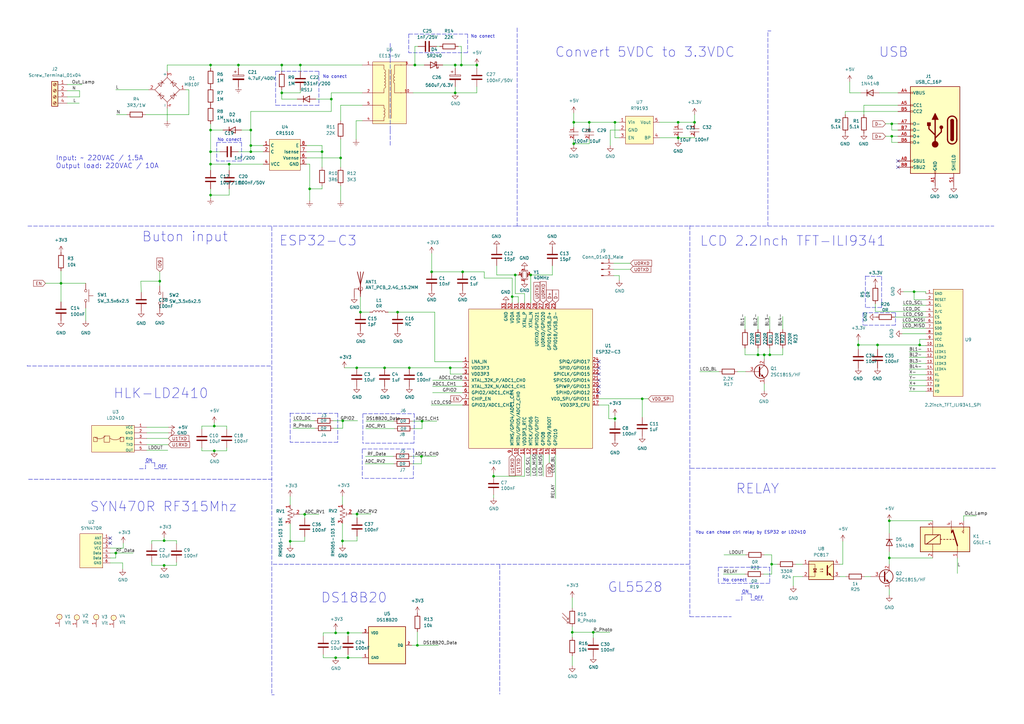
<source format=kicad_sch>
(kicad_sch (version 20211123) (generator eeschema)
  (paper "A3")
  (title_block (title "ESP32-C3 Rada Sensor") (company "PHAM DUC HIEN"))
  (junction (at 86.36 80.01))
  (junction (at 118.999 221.996))
  (junction (at 315.722 145.542))
  (junction (at 86.36 53.34))
  (junction (at 202.438 195.326))
  (junction (at 195.58 26.67))
  (junction (at 67.31 231.902))
  (junction (at 310.896 145.542))
  (junction (at 137.668 269.748))
  (junction (at 87.884 184.912))
  (junction (at 364.744 213.614))
  (junction (at 352.044 141.478))
  (junction (at 189.23 26.67))
  (junction (at 186.69 26.67))
  (junction (at 135.89 40.64))
  (junction (at 102.87 53.34))
  (junction (at 235.331 50.165))
  (junction (at 243.332 259.334))
  (junction (at 47.498 226.822))
  (junction (at 374.904 119.634))
  (junction (at 86.36 62.23))
  (junction (at 86.36 26.67))
  (junction (at 377.19 141.478))
  (junction (at 97.79 26.67))
  (junction (at 67.31 221.742))
  (junction (at 365.76 50.8))
  (junction (at 278.13 50.165))
  (junction (at 177.038 111.506))
  (junction (at 93.98 67.31))
  (junction (at 211.328 112.776))
  (junction (at 139.7 64.77))
  (junction (at 142.748 259.588))
  (junction (at 87.884 174.752))
  (junction (at 252.222 171.704))
  (junction (at 65.532 115.316))
  (junction (at 163.068 128.016))
  (junction (at 127 77.47))
  (junction (at 146.431 210.82))
  (junction (at 364.744 228.854))
  (junction (at 313.436 145.542))
  (junction (at 140.462 221.869))
  (junction (at 278.13 56.515))
  (junction (at 146.304 150.876))
  (junction (at 102.87 59.69))
  (junction (at 157.734 150.876))
  (junction (at 140.589 172.593))
  (junction (at 132.08 62.23))
  (junction (at 217.678 112.776))
  (junction (at 123.19 26.67))
  (junction (at 86.36 67.31))
  (junction (at 170.18 26.67))
  (junction (at 124.968 210.947))
  (junction (at 173.101 172.72))
  (junction (at 252.222 50.165))
  (junction (at 147.828 128.016))
  (junction (at 284.861 50.165))
  (junction (at 167.894 150.876))
  (junction (at 137.668 259.588))
  (junction (at 241.681 50.165))
  (junction (at 115.57 38.1))
  (junction (at 316.484 231.394))
  (junction (at 171.196 264.668))
  (junction (at 184.658 150.876))
  (junction (at 25.019 116.205))
  (junction (at 365.76 55.88))
  (junction (at 210.058 121.666))
  (junction (at 115.57 26.67))
  (junction (at 186.69 38.1))
  (junction (at 142.748 269.748))
  (junction (at 172.847 187.198))
  (junction (at 359.918 141.478))
  (junction (at 102.87 62.23))
  (junction (at 263.398 163.576))
  (junction (at 235.331 58.928))
  (junction (at 189.738 111.506))
  (junction (at 234.696 259.334))
  (no_connect (at 245.618 150.876))
  (no_connect (at 245.618 153.416))
  (no_connect (at 245.618 155.956))
  (no_connect (at 245.618 158.496))
  (no_connect (at 245.618 161.036))
  (no_connect (at 245.618 148.336))
  (no_connect (at 45.212 222.758))
  (no_connect (at 368.3 68.58))
  (no_connect (at 45.212 220.726))
  (no_connect (at 368.3 66.04))
  (wire (pts (xy 370.078 136.906) (xy 379.73 136.906)))
  (wire (pts (xy 187.96 19.05) (xy 189.23 19.05)))
  (wire (pts (xy 241.681 58.928) (xy 235.331 58.928)))
  (polyline (pts (xy 191.77 21.59) (xy 167.64 21.59)))
  (wire (pts (xy 189.738 111.506) (xy 177.038 111.506)))
  (wire (pts (xy 132.08 68.58) (xy 132.08 62.23)))
  (wire (pts (xy 146.05 49.53) (xy 146.05 57.15)))
  (wire (pts (xy 127 67.31) (xy 127 77.47)))
  (wire (pts (xy 139.7 76.2) (xy 139.7 82.296)))
  (wire (pts (xy 217.678 112.776) (xy 226.568 112.776)))
  (wire (pts (xy 176.784 166.116) (xy 189.738 166.116)))
  (wire (pts (xy 140.462 221.869) (xy 140.462 223.52)))
  (wire (pts (xy 212.598 124.206) (xy 212.598 121.666)))
  (polyline (pts (xy 130.81 43.18) (xy 113.03 43.18)))
  (wire (pts (xy 241.681 50.165) (xy 241.681 52.197)))
  (wire (pts (xy 124.968 210.947) (xy 124.968 212.471)))
  (wire (pts (xy 124.968 221.996) (xy 118.999 221.996)))
  (wire (pts (xy 115.57 40.64) (xy 115.57 38.1)))
  (wire (pts (xy 18.669 116.205) (xy 25.019 116.205)))
  (wire (pts (xy 27.559 39.751) (xy 32.639 39.751)))
  (wire (pts (xy 321.056 129.794) (xy 321.056 135.128)))
  (wire (pts (xy 87.884 184.912) (xy 92.964 184.912)))
  (wire (pts (xy 315.722 145.542) (xy 321.056 145.542)))
  (wire (pts (xy 45.212 230.886) (xy 50.292 230.886)))
  (wire (pts (xy 379.73 120.396) (xy 379.73 119.634)))
  (wire (pts (xy 329.184 236.474) (xy 325.374 236.474)))
  (wire (pts (xy 368.3 38.1) (xy 360.68 38.1)))
  (wire (pts (xy 195.58 38.1) (xy 186.69 38.1)))
  (wire (pts (xy 136.906 175.641) (xy 140.589 175.641)))
  (polyline (pts (xy 138.557 181.356) (xy 118.999 181.356)))
  (wire (pts (xy 254 113.03) (xy 254 114.935)))
  (wire (pts (xy 125.73 64.77) (xy 139.7 64.77)))
  (wire (pts (xy 382.524 213.614) (xy 364.744 213.614)))
  (wire (pts (xy 278.13 56.515) (xy 284.861 56.515)))
  (polyline (pts (xy 112.014 231.394) (xy 282.956 231.394)))
  (wire (pts (xy 243.332 259.334) (xy 250.19 259.334)))
  (wire (pts (xy 374.904 119.634) (xy 370.586 119.634)))
  (wire (pts (xy 123.19 36.83) (xy 123.19 38.1)))
  (polyline (pts (xy 111.506 284.988) (xy 112.522 284.988)))
  (wire (pts (xy 359.029 124.587) (xy 359.029 127.762)))
  (wire (pts (xy 365.76 58.42) (xy 365.76 55.88)))
  (wire (pts (xy 47.498 226.822) (xy 54.61 226.822)))
  (wire (pts (xy 352.044 141.478) (xy 352.044 143.256)))
  (wire (pts (xy 87.884 174.752) (xy 92.964 174.752)))
  (wire (pts (xy 47.498 36.83) (xy 60.96 36.83)))
  (wire (pts (xy 377.19 139.192) (xy 379.73 139.192)))
  (polyline (pts (xy 367.284 133.35) (xy 353.949 133.35)))
  (wire (pts (xy 345.694 221.996) (xy 345.694 231.394)))
  (wire (pts (xy 77.47 46.99) (xy 59.69 46.99)))
  (wire (pts (xy 249.682 166.116) (xy 249.682 171.704)))
  (wire (pts (xy 252.222 50.165) (xy 241.681 50.165)))
  (wire (pts (xy 87.884 173.482) (xy 87.884 174.752)))
  (wire (pts (xy 139.7 43.18) (xy 139.7 49.53)))
  (wire (pts (xy 67.31 221.742) (xy 72.39 221.742)))
  (wire (pts (xy 359.918 143.256) (xy 359.918 141.478)))
  (wire (pts (xy 148.59 49.53) (xy 146.05 49.53)))
  (wire (pts (xy 243.332 259.334) (xy 243.332 261.62)))
  (polyline (pts (xy 367.284 128.27) (xy 367.284 133.35)))
  (wire (pts (xy 354.584 236.474) (xy 357.124 236.474)))
  (wire (pts (xy 170.18 19.05) (xy 170.18 26.67)))
  (wire (pts (xy 167.894 150.876) (xy 184.658 150.876)))
  (wire (pts (xy 107.95 62.23) (xy 102.87 62.23)))
  (wire (pts (xy 35.179 126.365) (xy 35.179 131.445)))
  (wire (pts (xy 146.431 210.82) (xy 146.431 212.344)))
  (wire (pts (xy 184.658 153.416) (xy 184.658 150.876)))
  (wire (pts (xy 245.618 166.116) (xy 249.682 166.116)))
  (wire (pts (xy 60.198 179.832) (xy 69.088 179.832)))
  (wire (pts (xy 359.029 127.762) (xy 379.73 127.762)))
  (wire (pts (xy 226.568 112.776) (xy 226.568 108.966)))
  (polyline (pts (xy 169.799 181.737) (xy 148.844 181.737)))
  (wire (pts (xy 60.198 184.658) (xy 68.834 184.658)))
  (polyline (pts (xy 354.965 113.284) (xy 361.569 113.284)))
  (wire (pts (xy 202.438 194.056) (xy 202.438 195.326)))
  (polyline (pts (xy 354.076 128.27) (xy 367.284 128.27)))
  (wire (pts (xy 395.224 213.614) (xy 395.224 211.582)))
  (wire (pts (xy 132.08 62.23) (xy 132.08 59.69)))
  (wire (pts (xy 32.639 37.211) (xy 32.639 39.751)))
  (wire (pts (xy 65.532 115.316) (xy 65.532 117.221)))
  (wire (pts (xy 195.58 27.94) (xy 195.58 26.67)))
  (wire (pts (xy 217.678 186.436) (xy 217.678 195.326)))
  (wire (pts (xy 62.23 221.742) (xy 67.31 221.742)))
  (wire (pts (xy 50.546 224.79) (xy 50.546 222.758)))
  (wire (pts (xy 118.999 221.996) (xy 118.999 223.647)))
  (wire (pts (xy 102.87 59.69) (xy 107.95 59.69)))
  (wire (pts (xy 97.79 26.67) (xy 115.57 26.67)))
  (wire (pts (xy 86.36 53.34) (xy 86.36 62.23)))
  (wire (pts (xy 60.198 175.26) (xy 69.088 175.26)))
  (wire (pts (xy 178.308 148.336) (xy 189.738 148.336)))
  (wire (pts (xy 250.317 53.34) (xy 250.317 59.69)))
  (polyline (pts (xy 111.506 92.964) (xy 111.506 284.988)))
  (wire (pts (xy 217.678 112.776) (xy 217.678 124.206)))
  (wire (pts (xy 287.02 152.4) (xy 294.894 152.4)))
  (polyline (pts (xy 11.176 149.86) (xy 11.176 150.114)))
  (wire (pts (xy 149.86 187.198) (xy 161.29 187.198)))
  (wire (pts (xy 97.79 26.67) (xy 97.79 27.94)))
  (wire (pts (xy 379.73 141.732) (xy 377.19 141.732)))
  (wire (pts (xy 140.589 172.593) (xy 146.685 172.593)))
  (wire (pts (xy 215.138 120.396) (xy 211.328 120.396)))
  (wire (pts (xy 270.51 50.165) (xy 278.13 50.165)))
  (wire (pts (xy 316.484 235.458) (xy 316.484 231.394)))
  (wire (pts (xy 202.438 202.946) (xy 202.438 204.216)))
  (wire (pts (xy 241.681 57.277) (xy 241.681 58.928)))
  (polyline (pts (xy 301.752 246.126) (xy 304.292 246.126)))
  (wire (pts (xy 144.272 210.82) (xy 146.431 210.82)))
  (wire (pts (xy 202.438 195.326) (xy 215.138 195.326)))
  (polyline (pts (xy 113.03 29.21) (xy 113.03 43.18)))
  (wire (pts (xy 146.431 210.82) (xy 152.019 210.82)))
  (wire (pts (xy 395.224 211.582) (xy 400.431 211.582)))
  (wire (pts (xy 123.19 26.67) (xy 123.19 29.21)))
  (wire (pts (xy 136.652 172.593) (xy 140.589 172.593)))
  (wire (pts (xy 316.484 227.584) (xy 316.484 231.394)))
  (wire (pts (xy 344.424 231.394) (xy 345.694 231.394)))
  (wire (pts (xy 365.76 50.8) (xy 368.3 50.8)))
  (wire (pts (xy 67.31 231.902) (xy 72.39 231.902)))
  (wire (pts (xy 186.69 26.67) (xy 186.69 27.94)))
  (wire (pts (xy 313.182 235.458) (xy 316.484 235.458)))
  (wire (pts (xy 270.51 56.515) (xy 278.13 56.515)))
  (wire (pts (xy 372.872 155.956) (xy 379.73 155.956)))
  (wire (pts (xy 189.23 19.05) (xy 189.23 26.67)))
  (polyline (pts (xy 118.872 169.545) (xy 138.557 169.545)))
  (polyline (pts (xy 361.569 113.284) (xy 361.569 126.111)))
  (wire (pts (xy 392.684 228.854) (xy 392.684 235.204)))
  (wire (pts (xy 370.078 134.62) (xy 379.73 134.62)))
  (wire (pts (xy 82.804 183.642) (xy 82.804 184.912)))
  (polyline (pts (xy 354.965 113.157) (xy 354.965 126.111)))
  (wire (pts (xy 86.36 67.31) (xy 86.36 69.85)))
  (wire (pts (xy 372.872 158.242) (xy 379.73 158.242)))
  (wire (pts (xy 372.872 149.098) (xy 379.73 149.098)))
  (wire (pts (xy 252.222 170.434) (xy 252.222 171.704)))
  (wire (pts (xy 169.418 38.1) (xy 186.69 38.1)))
  (wire (pts (xy 211.328 112.776) (xy 203.708 112.776)))
  (wire (pts (xy 123.19 26.67) (xy 148.59 26.67)))
  (wire (pts (xy 211.328 120.396) (xy 211.328 112.776)))
  (polyline (pts (xy 57.15 192.278) (xy 59.69 192.278)))
  (polyline (pts (xy 169.672 184.15) (xy 169.545 196.215)))
  (wire (pts (xy 152.019 210.693) (xy 152.019 210.82)))
  (wire (pts (xy 146.431 219.964) (xy 146.431 221.869)))
  (wire (pts (xy 172.847 187.198) (xy 172.847 190.246)))
  (wire (pts (xy 263.398 163.576) (xy 263.398 171.196)))
  (wire (pts (xy 215.138 186.436) (xy 215.138 195.326)))
  (wire (pts (xy 235.331 46.355) (xy 235.331 50.165)))
  (wire (pts (xy 60.198 177.546) (xy 69.088 177.546)))
  (wire (pts (xy 234.696 268.986) (xy 234.696 273.05)))
  (polyline (pts (xy 63.5 192.278) (xy 68.58 192.278)))
  (wire (pts (xy 225.298 189.865) (xy 225.298 186.436)))
  (wire (pts (xy 65.532 111.379) (xy 65.532 115.316)))
  (polyline (pts (xy 148.59 184.277) (xy 148.59 196.215)))
  (wire (pts (xy 251.714 107.95) (xy 258.572 107.95)))
  (wire (pts (xy 137.668 258.318) (xy 137.668 259.588)))
  (wire (pts (xy 372.872 153.67) (xy 379.73 153.67)))
  (wire (pts (xy 198.628 114.046) (xy 198.628 111.506)))
  (wire (pts (xy 86.36 62.23) (xy 86.36 67.31)))
  (wire (pts (xy 278.13 50.165) (xy 278.13 51.054)))
  (polyline (pts (xy 315.722 239.268) (xy 294.64 239.268)))
  (wire (pts (xy 140.462 214.63) (xy 140.462 221.869)))
  (wire (pts (xy 157.734 150.876) (xy 167.894 150.876)))
  (wire (pts (xy 374.904 122.936) (xy 374.904 119.634)))
  (wire (pts (xy 147.828 121.666) (xy 147.828 128.016)))
  (wire (pts (xy 72.39 221.742) (xy 72.39 223.012)))
  (wire (pts (xy 251.714 110.49) (xy 258.572 110.49)))
  (wire (pts (xy 364.744 228.854) (xy 364.744 231.394)))
  (wire (pts (xy 135.89 45.72) (xy 135.89 40.64)))
  (wire (pts (xy 57.785 115.316) (xy 65.532 115.316)))
  (polyline (pts (xy 315.722 232.664) (xy 315.722 239.268)))
  (wire (pts (xy 318.77 231.394) (xy 316.484 231.394)))
  (wire (pts (xy 60.198 182.372) (xy 69.088 182.372)))
  (wire (pts (xy 57.912 119.888) (xy 57.785 115.316)))
  (wire (pts (xy 50.292 230.886) (xy 50.292 233.426)))
  (wire (pts (xy 93.98 67.31) (xy 107.95 67.31)))
  (wire (pts (xy 189.738 155.956) (xy 177.419 155.956)))
  (wire (pts (xy 77.47 36.83) (xy 77.47 46.99)))
  (wire (pts (xy 313.436 145.542) (xy 315.722 145.542)))
  (polyline (pts (xy 169.545 196.215) (xy 148.59 196.215)))
  (polyline (pts (xy 212.09 11.43) (xy 212.09 92.71)))
  (wire (pts (xy 137.668 269.748) (xy 142.748 269.748)))
  (wire (pts (xy 234.696 257.048) (xy 234.696 259.334)))
  (wire (pts (xy 372.872 146.558) (xy 379.73 146.558)))
  (wire (pts (xy 364.744 228.854) (xy 382.524 228.854)))
  (wire (pts (xy 254 50.165) (xy 252.222 50.165)))
  (wire (pts (xy 127 82.296) (xy 127 77.47)))
  (wire (pts (xy 93.98 77.47) (xy 93.98 80.01)))
  (wire (pts (xy 344.424 236.474) (xy 346.964 236.474)))
  (wire (pts (xy 173.101 172.72) (xy 179.197 172.72)))
  (wire (pts (xy 62.23 231.902) (xy 67.31 231.902)))
  (wire (pts (xy 47.498 226.822) (xy 45.212 226.822)))
  (wire (pts (xy 47.498 228.854) (xy 47.498 226.822)))
  (wire (pts (xy 115.57 38.1) (xy 115.57 36.83)))
  (wire (pts (xy 102.87 45.72) (xy 135.89 45.72)))
  (wire (pts (xy 102.87 53.34) (xy 102.87 45.72)))
  (wire (pts (xy 82.804 174.752) (xy 87.884 174.752)))
  (polyline (pts (xy 167.64 13.97) (xy 167.64 21.59)))
  (wire (pts (xy 27.559 37.211) (xy 32.639 37.211)))
  (wire (pts (xy 363.22 50.8) (xy 365.76 50.8)))
  (polyline (pts (xy 88.9 58.42) (xy 88.9 66.04)))
  (wire (pts (xy 278.13 56.515) (xy 278.13 57.531)))
  (polyline (pts (xy 282.956 252.984) (xy 299.974 252.984)))
  (wire (pts (xy 184.658 150.876) (xy 189.738 150.876)))
  (wire (pts (xy 235.331 58.928) (xy 235.331 59.563)))
  (wire (pts (xy 139.7 64.77) (xy 139.7 68.58)))
  (wire (pts (xy 325.374 236.474) (xy 325.374 240.284)))
  (wire (pts (xy 169.418 175.768) (xy 173.101 175.768)))
  (polyline (pts (xy 308.102 246.126) (xy 313.182 246.126)))
  (wire (pts (xy 68.58 26.67) (xy 86.36 26.67)))
  (wire (pts (xy 25.019 116.205) (xy 25.019 123.825)))
  (wire (pts (xy 140.589 172.593) (xy 140.589 175.641)))
  (wire (pts (xy 364.744 241.554) (xy 364.744 244.094)))
  (wire (pts (xy 284.861 46.99) (xy 284.861 50.165)))
  (wire (pts (xy 189.23 26.67) (xy 186.69 26.67)))
  (wire (pts (xy 115.57 38.1) (xy 123.19 38.1)))
  (wire (pts (xy 147.828 128.016) (xy 151.638 128.016)))
  (polyline (pts (xy 191.77 13.97) (xy 191.77 21.59)))
  (wire (pts (xy 125.73 62.23) (xy 132.08 62.23)))
  (wire (pts (xy 368.3 53.34) (xy 365.76 53.34)))
  (wire (pts (xy 198.628 111.506) (xy 189.738 111.506)))
  (wire (pts (xy 372.872 144.272) (xy 379.73 144.272)))
  (polyline (pts (xy 212.09 92.71) (xy 407.67 92.71)))
  (wire (pts (xy 263.398 163.576) (xy 265.938 163.576)))
  (wire (pts (xy 99.06 53.34) (xy 102.87 53.34)))
  (wire (pts (xy 222.758 186.436) (xy 222.758 195.326)))
  (wire (pts (xy 86.36 26.67) (xy 97.79 26.67)))
  (wire (pts (xy 149.987 175.768) (xy 161.798 175.768)))
  (wire (pts (xy 142.748 259.588) (xy 142.748 260.858)))
  (wire (pts (xy 377.19 141.478) (xy 377.19 139.192)))
  (polyline (pts (xy 314.96 92.71) (xy 314.96 12.7)))
  (wire (pts (xy 254 53.34) (xy 250.317 53.34)))
  (wire (pts (xy 27.559 34.671) (xy 33.655 34.671)))
  (wire (pts (xy 115.57 26.67) (xy 123.19 26.67)))
  (wire (pts (xy 163.068 128.016) (xy 178.308 128.016)))
  (wire (pts (xy 346.71 45.72) (xy 346.71 46.99)))
  (wire (pts (xy 132.588 260.858) (xy 132.588 259.588)))
  (polyline (pts (xy 308.102 243.586) (xy 308.102 246.126)))
  (wire (pts (xy 93.98 69.85) (xy 93.98 67.31)))
  (wire (pts (xy 142.748 269.748) (xy 148.59 269.748)))
  (wire (pts (xy 86.36 80.01) (xy 93.98 80.01)))
  (wire (pts (xy 172.847 187.198) (xy 178.943 187.198)))
  (wire (pts (xy 27.559 42.291) (xy 32.512 42.291)))
  (wire (pts (xy 120.269 172.593) (xy 129.032 172.593)))
  (wire (pts (xy 368.3 43.18) (xy 354.33 43.18)))
  (wire (pts (xy 124.968 210.947) (xy 130.81 210.947)))
  (wire (pts (xy 379.73 122.936) (xy 374.904 122.936)))
  (wire (pts (xy 210.058 114.046) (xy 198.628 114.046)))
  (wire (pts (xy 186.69 35.56) (xy 186.69 38.1)))
  (polyline (pts (xy 148.844 169.799) (xy 148.844 181.737)))
  (wire (pts (xy 235.331 50.165) (xy 235.331 52.197)))
  (polyline (pts (xy 353.949 128.27) (xy 353.949 133.35)))
  (wire (pts (xy 296.926 227.584) (xy 305.816 227.584)))
  (polyline (pts (xy 63.5 189.738) (xy 63.5 192.278)))
  (wire (pts (xy 132.588 259.588) (xy 137.668 259.588)))
  (wire (pts (xy 310.896 142.748) (xy 310.896 145.542)))
  (wire (pts (xy 348.488 38.1) (xy 353.06 38.1)))
  (wire (pts (xy 366.903 130.048) (xy 379.73 130.048)))
  (wire (pts (xy 370.078 132.334) (xy 379.73 132.334)))
  (wire (pts (xy 195.58 35.56) (xy 195.58 38.1)))
  (polyline (pts (xy 118.999 169.418) (xy 118.999 181.356)))
  (wire (pts (xy 305.562 145.542) (xy 310.896 145.542)))
  (wire (pts (xy 245.618 163.576) (xy 263.398 163.576)))
  (wire (pts (xy 102.87 62.23) (xy 102.87 59.69)))
  (wire (pts (xy 148.59 43.18) (xy 139.7 43.18)))
  (wire (pts (xy 313.436 157.48) (xy 313.436 160.274)))
  (wire (pts (xy 178.308 128.016) (xy 178.308 148.336)))
  (wire (pts (xy 284.861 50.165) (xy 284.861 50.927)))
  (wire (pts (xy 284.861 56.515) (xy 284.861 56.007)))
  (polyline (pts (xy 59.69 192.278) (xy 59.69 189.738)))
  (wire (pts (xy 86.36 80.01) (xy 86.36 81.28)))
  (wire (pts (xy 68.58 44.45) (xy 68.58 49.53)))
  (wire (pts (xy 135.89 40.64) (xy 135.89 38.1)))
  (polyline (pts (xy 283.21 192.024) (xy 408.686 192.024)))
  (wire (pts (xy 168.91 264.668) (xy 171.196 264.668)))
  (wire (pts (xy 86.36 77.47) (xy 86.36 80.01)))
  (polyline (pts (xy 282.956 92.456) (xy 282.956 252.984)))
  (wire (pts (xy 170.18 26.67) (xy 173.99 26.67)))
  (wire (pts (xy 173.101 172.72) (xy 173.101 175.768)))
  (wire (pts (xy 278.13 50.165) (xy 284.861 50.165)))
  (wire (pts (xy 91.44 53.34) (xy 86.36 53.34)))
  (wire (pts (xy 302.514 152.4) (xy 305.816 152.4)))
  (wire (pts (xy 252.222 171.704) (xy 252.222 172.974)))
  (wire (pts (xy 149.733 190.246) (xy 161.544 190.246)))
  (wire (pts (xy 220.218 186.436) (xy 220.218 195.326)))
  (wire (pts (xy 62.23 223.012) (xy 62.23 221.742)))
  (polyline (pts (xy 88.9 58.42) (xy 99.06 58.42)))
  (wire (pts (xy 210.058 121.666) (xy 210.058 114.046)))
  (wire (pts (xy 296.672 235.458) (xy 305.562 235.458)))
  (wire (pts (xy 212.598 112.776) (xy 211.328 112.776)))
  (wire (pts (xy 132.588 269.748) (xy 137.668 269.748)))
  (wire (pts (xy 305.562 142.748) (xy 305.562 145.542)))
  (wire (pts (xy 47.752 46.99) (xy 52.07 46.99)))
  (polyline (pts (xy 294.64 232.664) (xy 315.722 232.664)))
  (wire (pts (xy 234.696 245.11) (xy 234.696 249.428)))
  (wire (pts (xy 25.019 116.205) (xy 35.179 116.205)))
  (wire (pts (xy 377.19 141.732) (xy 377.19 141.478)))
  (wire (pts (xy 82.804 184.912) (xy 87.884 184.912)))
  (wire (pts (xy 210.058 121.666) (xy 210.058 124.206)))
  (polyline (pts (xy 304.292 246.126) (xy 304.292 243.586)))
  (polyline (pts (xy 204.978 231.648) (xy 204.978 284.734)))
  (wire (pts (xy 251.714 113.03) (xy 254 113.03)))
  (polyline (pts (xy 99.06 66.04) (xy 88.9 66.04)))
  (wire (pts (xy 252.222 56.515) (xy 252.222 50.165)))
  (wire (pts (xy 310.896 129.794) (xy 310.896 135.128)))
  (wire (pts (xy 122.809 210.947) (xy 124.968 210.947)))
  (wire (pts (xy 125.73 59.69) (xy 132.08 59.69)))
  (polyline (pts (xy 110.998 150.114) (xy 11.176 150.114)))
  (wire (pts (xy 118.999 214.757) (xy 118.999 221.996)))
  (wire (pts (xy 315.722 142.748) (xy 315.722 145.542)))
  (wire (pts (xy 326.39 231.394) (xy 329.184 231.394)))
  (wire (pts (xy 321.056 145.542) (xy 321.056 142.748)))
  (wire (pts (xy 86.36 26.67) (xy 86.36 27.94)))
  (wire (pts (xy 379.73 119.634) (xy 374.904 119.634)))
  (wire (pts (xy 68.58 29.21) (xy 68.58 26.67)))
  (wire (pts (xy 368.3 58.42) (xy 365.76 58.42)))
  (wire (pts (xy 72.39 231.902) (xy 72.39 230.632)))
  (wire (pts (xy 181.61 26.67) (xy 186.69 26.67)))
  (wire (pts (xy 127 77.47) (xy 132.08 77.47)))
  (wire (pts (xy 234.696 259.334) (xy 243.332 259.334)))
  (polyline (pts (xy 314.96 12.7) (xy 316.23 12.7)))
  (polyline (pts (xy 138.557 169.545) (xy 138.557 181.356)))
  (wire (pts (xy 359.918 141.478) (xy 377.19 141.478)))
  (wire (pts (xy 45.212 224.79) (xy 50.546 224.79)))
  (polyline (pts (xy 11.684 196.596) (xy 111.506 196.596)))
  (wire (pts (xy 189.738 158.496) (xy 177.419 158.496)))
  (wire (pts (xy 118.999 203.581) (xy 118.999 207.137)))
  (wire (pts (xy 177.038 103.886) (xy 177.038 111.506)))
  (wire (pts (xy 372.872 160.528) (xy 379.73 160.528)))
  (polyline (pts (xy 148.844 169.672) (xy 169.926 169.672)))
  (wire (pts (xy 62.23 230.632) (xy 62.23 231.902)))
  (wire (pts (xy 171.196 264.668) (xy 179.832 264.668)))
  (wire (pts (xy 368.3 45.72) (xy 346.71 45.72)))
  (wire (pts (xy 313.436 227.584) (xy 316.484 227.584)))
  (wire (pts (xy 171.45 19.05) (xy 170.18 19.05)))
  (wire (pts (xy 141.224 150.876) (xy 146.304 150.876)))
  (wire (pts (xy 354.33 43.18) (xy 354.33 46.99)))
  (wire (pts (xy 363.22 55.88) (xy 365.76 55.88)))
  (wire (pts (xy 249.682 171.704) (xy 252.222 171.704)))
  (wire (pts (xy 189.738 161.036) (xy 177.419 161.036)))
  (wire (pts (xy 129.54 40.64) (xy 135.89 40.64)))
  (wire (pts (xy 364.744 213.614) (xy 364.744 218.694)))
  (wire (pts (xy 235.331 57.277) (xy 235.331 58.928)))
  (polyline (pts (xy 294.64 232.664) (xy 294.64 239.268)))
  (polyline (pts (xy 361.569 126.111) (xy 354.965 126.111)))
  (wire (pts (xy 227.838 186.436) (xy 227.838 204.47)))
  (wire (pts (xy 97.79 62.23) (xy 102.87 62.23)))
  (wire (pts (xy 352.044 139.573) (xy 352.044 141.478)))
  (wire (pts (xy 203.708 112.776) (xy 203.708 108.966)))
  (wire (pts (xy 313.436 147.32) (xy 313.436 145.542)))
  (wire (pts (xy 169.418 26.67) (xy 170.18 26.67)))
  (wire (pts (xy 305.562 129.794) (xy 305.562 135.128)))
  (wire (pts (xy 310.896 145.542) (xy 313.436 145.542)))
  (wire (pts (xy 348.488 33.528) (xy 348.488 38.1)))
  (wire (pts (xy 359.918 141.478) (xy 352.044 141.478)))
  (polyline (pts (xy 167.64 13.97) (xy 191.77 13.97)))
  (wire (pts (xy 86.36 62.23) (xy 90.17 62.23)))
  (polyline (pts (xy 148.59 184.15) (xy 169.672 184.15)))
  (wire (pts (xy 124.968 220.091) (xy 124.968 221.996)))
  (wire (pts (xy 92.964 184.912) (xy 92.964 183.642)))
  (wire (pts (xy 76.2 36.83) (xy 77.47 36.83)))
  (wire (pts (xy 169.164 172.72) (xy 173.101 172.72)))
  (wire (pts (xy 372.872 151.384) (xy 379.73 151.384)))
  (wire (pts (xy 171.196 259.08) (xy 171.196 264.668)))
  (wire (pts (xy 169.164 190.246) (xy 172.847 190.246)))
  (wire (pts (xy 93.98 67.31) (xy 86.36 67.31)))
  (wire (pts (xy 142.748 269.748) (xy 142.748 268.478)))
  (wire (pts (xy 254 56.515) (xy 252.222 56.515)))
  (wire (pts (xy 210.058 121.666) (xy 212.598 121.666)))
  (polyline (pts (xy 99.06 58.42) (xy 99.06 66.04)))
  (polyline (pts (xy 160.02 17.78) (xy 160.02 24.13)))
  (wire (pts (xy 234.696 259.334) (xy 234.696 261.366)))
  (wire (pts (xy 92.964 174.752) (xy 92.964 176.022)))
  (wire (pts (xy 146.431 221.869) (xy 140.462 221.869)))
  (wire (pts (xy 365.76 53.34) (xy 365.76 50.8)))
  (wire (pts (xy 315.722 129.794) (xy 315.722 135.128)))
  (wire (pts (xy 241.681 50.165) (xy 235.331 50.165)))
  (polyline (pts (xy 59.69 189.738) (xy 63.5 189.738)))
  (wire (pts (xy 45.212 228.854) (xy 47.498 228.854)))
  (wire (pts (xy 132.588 268.478) (xy 132.588 269.748)))
  (wire (pts (xy 179.07 19.05) (xy 180.34 19.05)))
  (wire (pts (xy 163.068 128.016) (xy 159.258 128.016)))
  (wire (pts (xy 139.7 57.15) (xy 139.7 64.77)))
  (wire (pts (xy 365.76 55.88) (xy 368.3 55.88)))
  (wire (pts (xy 215.138 124.206) (xy 215.138 120.396)))
  (polyline (pts (xy 113.03 29.21) (xy 130.81 29.21)))
  (wire (pts (xy 115.57 26.67) (xy 115.57 29.21)))
  (polyline (pts (xy 304.292 243.586) (xy 308.102 243.586)))
  (wire (pts (xy 364.744 226.314) (xy 364.744 228.854)))
  (polyline (pts (xy 130.81 29.21) (xy 130.81 43.18)))
  (polyline (pts (xy 160.02 53.34) (xy 160.02 59.69)))
  (wire (pts (xy 67.31 220.472) (xy 67.31 221.742)))
  (wire (pts (xy 168.91 187.198) (xy 172.847 187.198)))
  (polyline (pts (xy 160.02 24.13) (xy 160.02 53.34)))
  (polyline (pts (xy 169.926 169.672) (xy 169.799 181.737)))
  (wire (pts (xy 135.89 38.1) (xy 148.59 38.1)))
  (wire (pts (xy 82.804 176.022) (xy 82.804 174.752)))
  (wire (pts (xy 140.462 203.454) (xy 140.462 207.01)))
  (wire (pts (xy 157.734 150.876) (xy 146.304 150.876)))
  (wire (pts (xy 189.738 153.416) (xy 184.658 153.416)))
  (wire (pts (xy 370.332 125.222) (xy 379.73 125.222)))
  (wire (pts (xy 102.87 59.69) (xy 102.87 53.34)))
  (wire (pts (xy 125.73 67.31) (xy 127 67.31)))
  (wire (pts (xy 120.142 175.641) (xy 129.286 175.641)))
  (wire (pts (xy 278.13 56.134) (xy 278.13 56.515)))
  (wire (pts (xy 121.92 40.64) (xy 115.57 40.64)))
  (wire (pts (xy 195.58 26.67) (xy 189.23 26.67)))
  (wire (pts (xy 86.36 53.34) (xy 86.36 50.8)))
  (wire (pts (xy 150.114 172.72) (xy 161.544 172.72)))
  (wire (pts (xy 142.748 259.588) (xy 148.59 259.588)))
  (wire (pts (xy 137.668 259.588) (xy 142.748 259.588)))
  (wire (pts (xy 132.08 77.47) (xy 132.08 76.2)))
  (polyline (pts (xy 11.43 92.71) (xy 212.09 92.71)))
  (wire (pts (xy 25.019 111.125) (xy 25.019 116.205)))
  (text "No conect" (at 296.418 238.76 0) (effects (font (size 1.27 1.27)) (justify left bottom)))
  (text "GL5528" (at 249.174 243.332 0) (effects (font (size 4 4)) (justify left bottom)))
  (text "LCD 2.2Inch TFT-ILI9341" (at 287.02 101.346 0) (effects (font (size 4 4)) (justify left bottom)))
  (text "No conect" (at 193.04 15.748 0) (effects (font (size 1.27 1.27)) (justify left bottom)))
  (text "No conect" (at 89.154 58.166 0) (effects (font (size 1.27 1.27)) (justify left bottom)))
  (text "Buton input" (at 58.166 99.568 0) (effects (font (size 4 4)) (justify left bottom)))
  (text "You can chose ctrl relay by ESP32 or LD2410" (at 285.242 219.202 0) (effects (font (size 1.27 1.27)) (justify left bottom)))
  (text "ON" (at 304.292 243.586 0) (effects (font (size 1.27 1.27)) (justify left bottom)))
  (text "SYN470R RF315Mhz" (at 36.83 210.312 0) (effects (font (size 4 4)) (justify left bottom)))
  (text "Input: ~ 220VAC / 1.5A\nOutput load: 220VAC / 10A" (at 22.86 69.342 0) (effects (font (size 2 2)) (justify left bottom)))
  (text "ESP32-C3" (at 114.427 101.219 0) (effects (font (size 4 4)) (justify left bottom)))
  (text "RELAY" (at 301.752 202.946 0) (effects (font (size 4 4)) (justify left bottom)))
  (text "No conect" (at 132.334 32.258 0) (effects (font (size 1.27 1.27)) (justify left bottom)))
  (text "USB" (at 360.426 23.876 0) (effects (font (size 4 4)) (justify left bottom)))
  (text "OFF" (at 64.77 192.278 0) (effects (font (size 1.27 1.27)) (justify left bottom)))
  (text "DS18B20" (at 131.572 247.65 0) (effects (font (size 4 4)) (justify left bottom)))
  (text "ON" (at 59.69 189.738 0) (effects (font (size 1.27 1.27)) (justify left bottom)))
  (text "HLK-LD2410" (at 46.482 163.83 0) (effects (font (size 4 4)) (justify left bottom)))
  (text "Convert 5VDC to 3.3VDC" (at 227.584 23.876 0) (effects (font (size 4 4)) (justify left bottom)))
  (text "OFF" (at 309.372 246.126 0) (effects (font (size 1.27 1.27)) (justify left bottom)))
  (label "LCD_SCL" (at 217.678 195.326 90))
  (label "ADC1_CH1" (at 177.419 158.496 0))
  (label "LCD_MISO" (at 220.218 195.326 90))
  (label "LDOUT" (at 298.958 227.584 0))
  (label "BL3-" (at 372.872 149.098 0))
  (label "LCD_CS0" (at 176.784 166.116 0))
  (label "Out_Lamp" (at 395.605 211.582 0))
  (label "LCD_DC" (at 370.332 127.762 0))
  (label "ADC_RV1" (at 149.987 175.768 0))
  (label "GPIO2" (at 139.573 172.593 0))
  (label "R_Photo" (at 243.332 259.334 0))
  (label "ADC1_CH0" (at 179.959 155.956 0))
  (label "RF_Data" (at 47.498 226.822 0))
  (label "LCD_MOSI" (at 370.078 132.334 0))
  (label "Y+" (at 372.872 160.528 0))
  (label "LCD_MOSI" (at 222.758 195.326 90))
  (label "ADC_RV1" (at 124.968 210.947 0))
  (label "ADC_RV2" (at 149.733 190.246 0))
  (label "DS18B20_Data" (at 173.482 264.668 0))
  (label "X-" (at 372.872 153.67 0))
  (label "RF_Data" (at 150.622 187.198 0))
  (label "GPIO2" (at 181.483 161.036 0))
  (label "RELAY" (at 227.838 204.47 90))
  (label "DS18B20_Data" (at 150.114 172.72 0))
  (label "BL1-" (at 372.872 144.272 0))
  (label "ADC1_CH0" (at 170.18 187.198 0))
  (label "LCD_BL" (at 227.838 194.056 90))
  (label "LCD_DC" (at 120.269 172.593 0))
  (label "BL2-" (at 372.872 146.558 0))
  (label "Y-" (at 372.872 155.956 0))
  (label "R_Photo" (at 120.142 175.641 0))
  (label "LCD_BL" (at 287.02 152.4 0))
  (label "BL2-" (at 310.896 133.858 90))
  (label "L" (at 392.684 232.664 0))
  (label "X+" (at 372.872 158.242 0))
  (label "LCD_CS0" (at 370.332 130.048 0))
  (label "ADC1_CH1" (at 170.434 172.72 0))
  (label "Out_Lamp" (at 29.464 34.671 0))
  (label "BL4-" (at 372.872 151.384 0))
  (label "RELAY" (at 296.672 235.458 0))
  (label "L" (at 29.972 42.291 0))
  (label "N" (at 47.752 46.99 0))
  (label "BL1-" (at 305.562 133.858 90))
  (label "BL4-" (at 321.056 133.858 90))
  (label "LDOUT" (at 60.706 184.658 0))
  (label "ADC_RV2" (at 146.431 210.82 0))
  (label "BL3-" (at 315.722 133.858 90))
  (label "LCD_MISO" (at 370.078 134.62 0))
  (label "LCD_SCL" (at 370.332 125.222 0))
  (label "L" (at 47.498 36.83 0))
  (label "N" (at 29.591 37.211 0))
  (global_label "U0RXD" (shape input) (at 222.758 124.206 90) (property "Intersheet References" "${INTERSHEET_REFS}" (effects hide)))
  (global_label "U1TXD" (shape input) (at 212.598 186.436 270) (property "Intersheet References" "${INTERSHEET_REFS}" (effects hide)))
  (global_label "D+" (shape input) (at 363.22 55.88 180) (property "Intersheet References" "${INTERSHEET_REFS}" (effects hide)))
  (global_label "U0RXD" (shape input) (at 258.572 107.95 0) (property "Intersheet References" "${INTERSHEET_REFS}" (effects hide)))
  (global_label "IO9" (shape input) (at 65.532 111.379 90) (property "Intersheet References" "${INTERSHEET_REFS}" (effects hide)))
  (global_label "D-" (shape input) (at 363.22 50.8 180) (property "Intersheet References" "${INTERSHEET_REFS}" (effects hide)))
  (global_label "U0TXD" (shape input) (at 220.218 124.206 90) (property "Intersheet References" "${INTERSHEET_REFS}" (effects hide)))
  (global_label "D-" (shape input) (at 227.838 124.206 90) (property "Intersheet References" "${INTERSHEET_REFS}" (effects hide)))
  (global_label "VDD_SPI" (shape input) (at 265.938 163.576 0) (property "Intersheet References" "${INTERSHEET_REFS}" (effects hide)))
  (global_label "U1RXD" (shape input) (at 69.088 182.372 0) (property "Intersheet References" "${INTERSHEET_REFS}" (effects hide)))
  (global_label "IO9" (shape input) (at 225.298 189.865 270) (property "Intersheet References" "${INTERSHEET_REFS}" (effects hide)))
  (global_label "EN" (shape input) (at 189.738 163.576 180) (property "Intersheet References" "${INTERSHEET_REFS}" (effects hide)))
  (global_label "U0TXD" (shape input) (at 258.572 110.49 0) (property "Intersheet References" "${INTERSHEET_REFS}" (effects hide)))
  (global_label "D+" (shape input) (at 225.298 124.206 90) (property "Intersheet References" "${INTERSHEET_REFS}" (effects hide)))
  (global_label "EN" (shape input) (at 18.669 116.205 180) (property "Intersheet References" "${INTERSHEET_REFS}" (effects hide)))
  (global_label "U1RXD" (shape input) (at 210.058 186.436 270) (property "Intersheet References" "${INTERSHEET_REFS}" (effects hide)))
  (global_label "U1TXD" (shape input) (at 69.088 179.832 0) (property "Intersheet References" "${INTERSHEET_REFS}" (effects hide)))
  (symbol (lib_id "Connector:USB_C_Receptacle_USB2.0") (at 383.54 53.34 0) (mirror y) (unit 1)
    (property "Reference" "J1" (at 380.8222 31.3182 0))
    (property "Value" "USB_C_16P" (at 380.8222 33.6296 0))
    (property "Footprint" "Connector_USB:USB_C_Receptacle_Palconn_UTC16-G" (effects hide))
    (property "Datasheet" "https://www.usb.org/sites/default/files/documents/usb_type-c.zip" (effects hide))
    (property "Code" "C2760486" (effects hide))
  )
  (symbol (lib_id "Device:R") (at 354.33 50.8 0) (mirror y) (unit 1)
    (property "Reference" "R1" (at 352.552 49.6316 0) (effects (justify left)))
    (property "Value" "5.1k" (at 352.552 51.943 0) (effects (justify left)))
    (property "Footprint" "Resistor_SMD:R_0805_2012Metric" (effects hide))
    (property "Code" "C25905" (effects hide))
  )
  (symbol (lib_id "Device:R") (at 346.71 50.8 0) (mirror y) (unit 1)
    (property "Reference" "R2" (at 344.932 49.6316 0) (effects (justify left)))
    (property "Value" "5.1k" (at 344.932 51.943 0) (effects (justify left)))
    (property "Footprint" "Resistor_SMD:R_0805_2012Metric" (effects hide))
    (property "Code" "C25905" (effects hide))
  )
  (symbol (lib_id "power:GND") (at 354.33 54.61 0) (mirror y) (unit 1)
    (property "Reference" "#PWR0126" (effects hide))
    (property "Value" "GND" (at 354.203 59.0042 0))
  )
  (symbol (lib_id "power:GND") (at 346.71 54.61 0) (mirror y) (unit 1)
    (property "Reference" "#PWR0127" (effects hide))
    (property "Value" "GND" (at 346.583 59.0042 0))
  )
  (symbol (lib_id "power:GND") (at 391.16 76.2 0) (mirror y) (unit 1)
    (property "Reference" "#PWR0124" (effects hide))
    (property "Value" "GND" (at 391.033 80.5942 0))
  )
  (symbol (lib_id "power:GND") (at 383.54 76.2 0) (mirror y) (unit 1)
    (property "Reference" "#PWR0123" (effects hide))
    (property "Value" "GND" (at 383.413 80.5942 0))
  )
  (symbol (lib_id "Device:C") (at 147.828 131.826 0) (unit 1)
    (property "Reference" "C15" (at 150.749 130.6576 0) (effects (justify left)))
    (property "Value" "1pF" (at 150.749 132.969 0) (effects (justify left)))
    (property "Footprint" "Capacitor_SMD:C_0805_2012Metric" (effects hide))
    (property "Code" "C1550" (effects hide))
  )
  (symbol (lib_id "Device:C") (at 163.068 131.826 0) (unit 1) (in_bom no)
    (property "Reference" "C16" (at 165.989 130.6576 0) (effects (justify left)))
    (property "Value" "NC" (at 165.989 132.969 0) (effects (justify left)))
    (property "Footprint" "Capacitor_SMD:C_0805_2012Metric" (effects hide))
  )
  (symbol (lib_id "Device:L") (at 155.448 128.016 90) (unit 1)
    (property "Reference" "L1" (at 155.448 123.19 90))
    (property "Value" "0R" (at 155.448 125.5014 90))
    (property "Footprint" "Inductor_SMD:L_0805_2012Metric" (effects hide))
    (property "Code" "C21189" (effects hide))
  )
  (symbol (lib_id "Device:Antenna_Shield") (at 147.828 116.586 0) (mirror y) (unit 1)
    (property "Reference" "ANT1" (at 149.86 115.5954 0) (effects (justify right)))
    (property "Value" "ANT_PCB_2.4G_15.2MM" (at 149.86 117.9068 0) (effects (justify right)))
    (property "Footprint" "RF_Antenna:Texas_SWRA117D_2.4GHz_Right" (effects hide))
  )
  (symbol (lib_id "power:GND") (at 145.288 121.666 0) (unit 1)
    (property "Reference" "#PWR0129" (effects hide))
    (property "Value" "GND" (at 145.415 126.0602 0))
  )
  (symbol (lib_id "Device:C") (at 177.038 115.316 0) (unit 1)
    (property "Reference" "C1" (at 179.959 114.1476 0) (effects (justify left)))
    (property "Value" "10nF" (at 179.959 116.459 0) (effects (justify left)))
    (property "Footprint" "Capacitor_SMD:C_0805_2012Metric" (effects hide))
    (property "Code" "C15195" (effects hide))
  )
  (symbol (lib_id "Device:C") (at 189.738 115.316 0) (unit 1)
    (property "Reference" "C5" (at 192.659 114.1476 0) (effects (justify left)))
    (property "Value" "1uF" (at 192.659 116.459 0) (effects (justify left)))
    (property "Footprint" "Capacitor_SMD:C_0805_2012Metric" (effects hide))
    (property "Code" "C52923" (effects hide))
  )
  (symbol (lib_id "power:+3V3") (at 177.038 103.886 0) (unit 1)
    (property "Reference" "#PWR0118" (effects hide))
    (property "Value" "+3V3" (at 177.419 99.4918 0))
  )
  (symbol (lib_id "Device:Crystal_GND24_Small") (at 215.138 112.776 0) (unit 1)
    (property "Reference" "Y1" (at 218.7956 111.6076 0) (effects (justify left)))
    (property "Value" "40MHz" (at 218.7956 113.919 0) (effects (justify left)))
    (property "Footprint" "Crystal:Crystal_SMD_TXC_7M-4Pin_3.2x2.5mm" (effects hide))
    (property "Code" "C9010" (effects hide))
  )
  (symbol (lib_id "Device:C") (at 203.708 105.156 0) (unit 1)
    (property "Reference" "C12" (at 206.629 103.9876 0) (effects (justify left)))
    (property "Value" "15pF" (at 206.629 106.299 0) (effects (justify left)))
    (property "Footprint" "Capacitor_SMD:C_0805_2012Metric" (effects hide))
    (property "Code" "C1548" (effects hide))
  )
  (symbol (lib_id "Device:C") (at 226.568 105.156 0) (unit 1)
    (property "Reference" "C13" (at 229.489 103.9876 0) (effects (justify left)))
    (property "Value" "15pF" (at 229.489 106.299 0) (effects (justify left)))
    (property "Footprint" "Capacitor_SMD:C_0805_2012Metric" (effects hide))
    (property "Code" "C1548" (effects hide))
  )
  (symbol (lib_id "power:GND") (at 203.708 101.346 180) (unit 1)
    (property "Reference" "#PWR0109" (effects hide))
    (property "Value" "GND" (at 203.581 96.9518 0))
  )
  (symbol (lib_id "power:GND") (at 226.568 101.346 180) (unit 1)
    (property "Reference" "#PWR0110" (effects hide))
    (property "Value" "GND" (at 226.441 96.9518 0))
  )
  (symbol (lib_id "power:GND") (at 163.068 135.636 0) (unit 1)
    (property "Reference" "#PWR0114" (effects hide))
    (property "Value" "GND" (at 163.195 140.0302 0))
  )
  (symbol (lib_id "power:GND") (at 147.828 135.636 0) (unit 1)
    (property "Reference" "#PWR0125" (effects hide))
    (property "Value" "GND" (at 147.955 140.0302 0))
  )
  (symbol (lib_id "Device:C") (at 146.304 154.686 0) (unit 1)
    (property "Reference" "C3" (at 149.225 153.5176 0) (effects (justify left)))
    (property "Value" "10uF" (at 149.225 155.829 0) (effects (justify left)))
    (property "Footprint" "Capacitor_SMD:C_0805_2012Metric" (effects hide))
    (property "Code" "C19702" (effects hide))
  )
  (symbol (lib_id "Device:C") (at 157.734 154.686 0) (unit 1)
    (property "Reference" "C4" (at 160.655 153.5176 0) (effects (justify left)))
    (property "Value" "1uF" (at 160.655 155.829 0) (effects (justify left)))
    (property "Footprint" "Capacitor_SMD:C_0805_2012Metric" (effects hide))
    (property "Code" "C52923" (effects hide))
  )
  (symbol (lib_id "Device:C") (at 167.894 154.686 0) (unit 1)
    (property "Reference" "C6" (at 170.815 153.5176 0) (effects (justify left)))
    (property "Value" "100nF" (at 170.815 155.829 0) (effects (justify left)))
    (property "Footprint" "Capacitor_SMD:C_0805_2012Metric" (effects hide))
    (property "Code" "C1525" (effects hide))
  )
  (symbol (lib_id "power:+3V3") (at 141.224 150.876 0) (unit 1)
    (property "Reference" "#PWR0115" (effects hide))
    (property "Value" "+3V3" (at 141.605 146.4818 0))
  )
  (symbol (lib_id "power:GND") (at 167.894 158.496 0) (unit 1)
    (property "Reference" "#PWR0113" (effects hide))
    (property "Value" "GND" (at 168.021 162.8902 0))
  )
  (symbol (lib_id "power:GND") (at 157.734 158.496 0) (unit 1)
    (property "Reference" "#PWR0117" (effects hide))
    (property "Value" "GND" (at 157.861 162.8902 0))
  )
  (symbol (lib_id "power:GND") (at 146.304 158.496 0) (unit 1)
    (property "Reference" "#PWR0116" (effects hide))
    (property "Value" "GND" (at 146.431 162.8902 0))
  )
  (symbol (lib_id "Device:C") (at 202.438 199.136 0) (unit 1)
    (property "Reference" "C7" (at 205.359 197.9676 0) (effects (justify left)))
    (property "Value" "100nF" (at 205.359 200.279 0) (effects (justify left)))
    (property "Footprint" "Capacitor_SMD:C_0805_2012Metric" (effects hide))
    (property "Code" "C1525" (effects hide))
  )
  (symbol (lib_id "power:GND") (at 202.438 204.216 0) (unit 1)
    (property "Reference" "#PWR0103" (effects hide))
    (property "Value" "GND" (at 202.565 208.6102 0))
  )
  (symbol (lib_id "power:+3V3") (at 202.438 194.056 0) (unit 1)
    (property "Reference" "#PWR0141" (effects hide))
    (property "Value" "+3V3" (at 202.819 189.6618 0))
  )
  (symbol (lib_id "Device:C") (at 252.222 176.784 0) (unit 1)
    (property "Reference" "C8" (at 255.143 175.6156 0) (effects (justify left)))
    (property "Value" "100nF" (at 255.143 177.927 0) (effects (justify left)))
    (property "Footprint" "Capacitor_SMD:C_0805_2012Metric" (effects hide))
    (property "Code" "C1525" (effects hide))
  )
  (symbol (lib_id "Device:C") (at 263.398 175.006 0) (unit 1)
    (property "Reference" "C11" (at 266.319 173.8376 0) (effects (justify left)))
    (property "Value" "1uF" (at 266.319 176.149 0) (effects (justify left)))
    (property "Footprint" "Capacitor_SMD:C_0805_2012Metric" (effects hide))
    (property "Code" "C52923" (effects hide))
  )
  (symbol (lib_id "Transistor_BJT:2SC1815") (at 362.204 236.474 0) (unit 1)
    (property "Reference" "Q2" (at 367.284 235.2039 0) (effects (justify left)))
    (property "Value" "2SC1815/HF" (at 367.284 237.7439 0) (effects (justify left)))
    (property "Footprint" "Package_TO_SOT_SMD:SOT-23" (effects hide))
    (property "Datasheet" "https://media.digikey.com/pdf/Data%20Sheets/Toshiba%20PDFs/2SC1815.pdf" (effects hide))
  )
  (symbol (lib_id "Lib_Mr_DH:SYN470R") (at 42.164 220.726 0) (mirror y) (unit 1)
    (property "Reference" "U2" (at 37.489 214.122 0))
    (property "Value" "SYN470R" (at 37.489 216.662 0))
    (property "Footprint" "Lib_Mr_DH:SYN470R_RF315Mhz" (effects hide))
  )
  (symbol (lib_id "Lib_Mr_DH:DS18B20") (at 158.75 264.668 0) (mirror y) (unit 1)
    (property "Reference" "U5" (at 158.75 251.714 0))
    (property "Value" "DS18B20" (at 158.75 254.254 0))
    (property "Footprint" "Lib_Mr_DH:TO-92-TO92127P495H2044-3" (effects hide))
    (property "MANUFACTURER" "Maxim Integrated" (effects hide))
    (property "STANDARD" "IPC-7251" (effects hide))
    (property "PARTREV" "5" (effects hide))
  )
  (symbol (lib_id "Device:R") (at 315.722 138.938 180) (unit 1)
    (property "Reference" "R22" (at 320.9798 138.938 90))
    (property "Value" "220R" (at 318.6684 138.938 90))
    (property "Footprint" "Resistor_SMD:R_0805_2012Metric_Pad1.20x1.40mm_HandSolder" (effects hide))
    (property "Code" "C4109" (effects hide))
  )
  (symbol (lib_id "Device:R") (at 133.096 175.641 90) (unit 1)
    (property "Reference" "J4" (at 132.715 178.435 90))
    (property "Value" "0R" (at 132.715 175.768 90))
    (property "Footprint" "Resistor_SMD:R_0805_2012Metric" (effects hide))
    (property "Code" "C4109" (effects hide))
  )
  (symbol (lib_id "power:+5V") (at 87.884 173.482 0) (unit 1)
    (property "Reference" "#PWR09" (effects hide))
    (property "Value" "+5V" (at 87.884 168.402 0))
  )
  (symbol (lib_id "power:GND") (at 140.462 223.52 0) (unit 1)
    (property "Reference" "#PWR043" (effects hide))
    (property "Value" "GND" (at 140.589 227.9142 0))
  )
  (symbol (lib_id "Device:R_Potentiometer_Trim_US") (at 118.999 210.947 0) (unit 1)
    (property "Reference" "RV1" (at 116.967 209.6769 0) (effects (justify right)))
    (property "Value" "RM065-103 10K" (at 115.062 212.09 90) (effects (justify right)))
    (property "Footprint" "Potentiometer_THT:Potentiometer_Runtron_RM-065_Vertical" (effects hide))
  )
  (symbol (lib_id "power:GND") (at 370.586 119.634 270) (mirror x) (unit 1)
    (property "Reference" "#PWR039" (effects hide))
    (property "Value" "GND" (at 366.1918 119.507 0))
  )
  (symbol (lib_id "Device:C") (at 146.431 216.154 0) (unit 1)
    (property "Reference" "C37" (at 149.352 214.9856 0) (effects (justify left)))
    (property "Value" "100nF" (at 149.352 217.297 0) (effects (justify left)))
    (property "Footprint" "Capacitor_SMD:C_0805_2012Metric" (effects hide))
    (property "Code" "C1525" (effects hide))
  )
  (symbol (lib_id "power:GND") (at 189.738 119.126 0) (unit 1)
    (property "Reference" "#PWR0111" (effects hide))
    (property "Value" "GND" (at 189.738 122.936 0))
  )
  (symbol (lib_id "Device:C_Polarized") (at 186.69 31.75 0) (unit 1)
    (property "Reference" "C26" (at 177.165 31.75 0) (effects (justify left)))
    (property "Value" "560uF/6.3V" (at 174.371 34.925 0) (effects (justify left)))
    (property "Footprint" "Capacitor_THT:CP_Radial_D6.3mm_P2.50mm" (effects hide))
  )
  (symbol (lib_id "Device:C") (at 82.804 179.832 0) (unit 1)
    (property "Reference" "C10" (at 85.725 178.6636 0) (effects (justify left)))
    (property "Value" "10uF" (at 85.725 180.975 0) (effects (justify left)))
    (property "Footprint" "Capacitor_SMD:C_0805_2012Metric" (effects hide))
    (property "Code" "C19702" (effects hide))
  )
  (symbol (lib_id "Device:R_Potentiometer_Trim_US") (at 140.462 210.82 0) (unit 1)
    (property "Reference" "RV2" (at 138.43 209.5499 0) (effects (justify right)))
    (property "Value" "RM065-103 10K" (at 136.525 211.963 90) (effects (justify right)))
    (property "Footprint" "Potentiometer_THT:Potentiometer_Runtron_RM-065_Vertical" (effects hide))
  )
  (symbol (lib_id "Device:R") (at 139.7 72.39 0) (unit 1)
    (property "Reference" "R12" (at 142.24 71.1199 0) (effects (justify left)))
    (property "Value" "3K3" (at 142.24 73.6599 0) (effects (justify left)))
    (property "Footprint" "Resistor_SMD:R_0805_2012Metric" (effects hide))
  )
  (symbol (lib_id "Device:C") (at 195.58 31.75 0) (unit 1)
    (property "Reference" "C27" (at 199.39 30.4799 0) (effects (justify left)))
    (property "Value" "100nF/50V" (at 199.39 33.0199 0) (effects (justify left)))
    (property "Footprint" "Capacitor_SMD:C_0805_2012Metric_Pad1.18x1.45mm_HandSolder" (effects hide))
  )
  (symbol (lib_id "power:Earth") (at 68.58 49.53 0) (unit 1)
    (property "Reference" "#PWR05" (effects hide))
    (property "Value" "Earth" (effects hide))
  )
  (symbol (lib_id "power:Earth") (at 139.7 82.296 0) (unit 1)
    (property "Reference" "#PWR015" (effects hide))
    (property "Value" "Earth" (effects hide))
  )
  (symbol (lib_id "Diode:1N4148") (at 364.744 222.504 270) (unit 1)
    (property "Reference" "D5" (at 367.284 221.2339 90) (effects (justify left)))
    (property "Value" "1N4148" (at 367.284 223.7739 90) (effects (justify left)))
    (property "Footprint" "Diode_SMD:D_SMA" (effects hide))
    (property "Datasheet" "https://assets.nexperia.com/documents/data-sheet/1N4148_1N4448.pdf" (effects hide))
  )
  (symbol (lib_id "power:GND") (at 252.222 180.594 0) (unit 1)
    (property "Reference" "#PWR0139" (effects hide))
    (property "Value" "GND" (at 252.222 185.674 0))
  )
  (symbol (lib_id "power:GND") (at 250.317 59.69 0) (unit 1)
    (property "Reference" "#PWR025" (effects hide))
    (property "Value" "GND" (at 250.317 64.135 0))
  )
  (symbol (lib_id "Switch:SW_Push") (at 35.179 121.285 270) (unit 1)
    (property "Reference" "SW1" (at 39.878 120.904 90) (effects (justify left)))
    (property "Value" "SW_3.5x6x2.5" (at 39.878 123.444 90) (effects (justify left)))
    (property "Footprint" "Button_Switch_SMD:SW_DIP_SPSTx01_Slide_6.7x4.1mm_W8.61mm_P2.54mm_LowProfile" (effects hide))
    (property "Code" "C585239" (effects hide))
  )
  (symbol (lib_id "Device:C") (at 359.918 147.066 0) (unit 1)
    (property "Reference" "C35" (at 362.839 145.8976 0) (effects (justify left)))
    (property "Value" "100nF" (at 362.839 148.209 0) (effects (justify left)))
    (property "Footprint" "Capacitor_SMD:C_0805_2012Metric_Pad1.18x1.45mm_HandSolder" (effects hide))
    (property "Code" "C1525" (effects hide))
  )
  (symbol (lib_id "Device:R") (at 350.774 236.474 90) (unit 1)
    (property "Reference" "R25" (at 350.774 241.7318 90))
    (property "Value" "1k" (at 350.774 239.4204 90))
    (property "Footprint" "Resistor_SMD:R_0805_2012Metric_Pad1.20x1.40mm_HandSolder" (effects hide))
    (property "Code" "C4109" (effects hide))
  )
  (symbol (lib_id "power:GND") (at 87.884 184.912 0) (unit 1)
    (property "Reference" "#PWR010" (effects hide))
    (property "Value" "GND" (at 88.011 189.3062 0))
  )
  (symbol (lib_id "Device:R") (at 165.354 190.246 90) (unit 1)
    (property "Reference" "J7" (at 165.1 192.786 90))
    (property "Value" "0R" (at 165.1 190.373 90))
    (property "Footprint" "Resistor_SMD:R_0805_2012Metric" (effects hide))
    (property "Code" "C4109" (effects hide))
  )
  (symbol (lib_id "Device:C") (at 57.912 123.698 0) (unit 1)
    (property "Reference" "C38" (at 65.024 123.0629 0) (effects (justify left)))
    (property "Value" "100nF" (at 65.024 125.6029 0) (effects (justify left)))
    (property "Footprint" "Capacitor_SMD:C_0805_2012Metric" (effects hide))
    (property "Code" "C1525" (effects hide))
  )
  (symbol (lib_id "power:GND") (at 254 114.935 0) (unit 1)
    (property "Reference" "#PWR0102" (effects hide))
    (property "Value" "GND" (at 254.127 119.3292 0))
  )
  (symbol (lib_id "power:+3V3") (at 140.462 203.454 0) (unit 1)
    (property "Reference" "#PWR042" (effects hide))
    (property "Value" "+3V3" (at 140.843 199.0598 0))
  )
  (symbol (lib_id "Device:C_Polarized") (at 97.79 31.75 0) (unit 1)
    (property "Reference" "C21" (at 101.6 29.5909 0) (effects (justify left)))
    (property "Value" "4.7uF/400V" (at 101.6 32.1309 0) (effects (justify left)))
    (property "Footprint" "Capacitor_THT:CP_Radial_D8.0mm_P3.50mm" (effects hide))
  )
  (symbol (lib_id "Device:C") (at 25.019 127.635 0) (unit 1)
    (property "Reference" "C14" (at 28.829 126.3649 0) (effects (justify left)))
    (property "Value" "100nF" (at 28.829 128.9049 0) (effects (justify left)))
    (property "Footprint" "Capacitor_SMD:C_0805_2012Metric_Pad1.18x1.45mm_HandSolder" (effects hide))
    (property "Code" "C1525" (effects hide))
  )
  (symbol (lib_id "power:+3.3V") (at 284.861 46.99 0) (unit 1)
    (property "Reference" "#PWR027" (effects hide))
    (property "Value" "+3.3V" (at 284.861 41.91 0))
  )
  (symbol (lib_id "power:Earth") (at 97.79 35.56 0) (unit 1)
    (property "Reference" "#PWR0101" (effects hide))
    (property "Value" "Earth" (effects hide))
  )
  (symbol (lib_id "Diode_Bridge:MB4S") (at 68.58 36.83 90) (unit 1)
    (property "Reference" "D1" (at 78.74 32.131 90))
    (property "Value" "MB10F" (at 78.74 34.671 90))
    (property "Footprint" "Package_TO_SOT_SMD:TO-269AA" (effects hide))
    (property "Datasheet" "http://www.vishay.com/docs/88661/mb2s.pdf" (effects hide))
  )
  (symbol (lib_id "Device:R") (at 139.7 53.34 0) (unit 1)
    (property "Reference" "R11" (at 133.731 52.07 0) (effects (justify left)))
    (property "Value" "22K" (at 133.731 54.61 0) (effects (justify left)))
    (property "Footprint" "Resistor_SMD:R_0805_2012Metric" (effects hide))
  )
  (symbol (lib_id "power:+5V") (at 345.694 221.996 0) (unit 1)
    (property "Reference" "#PWR032" (effects hide))
    (property "Value" "+5V" (at 345.694 216.916 0))
  )
  (symbol (lib_id "Lib_Mr_DH:EE13-5V") (at 161.29 40.64 0) (unit 1)
    (property "Reference" "U6" (at 159.766 20.32 0))
    (property "Value" "EE13-5V" (at 159.766 22.86 0))
    (property "Footprint" "Lib_Mr_DH:EE13_6_6" (effects hide))
    (property "STANDARD" "Manufacturer Recommendations" (effects hide))
    (property "PARTREV" "11/19" (effects hide))
    (property "MAXIMUM_PACKAGE_HEIGHT" "15.24mm" (effects hide))
    (property "MANUFACTURER" "Wurth Electronics" (effects hide))
  )
  (symbol (lib_id "ph_kicad_lib:RT9193") (at 262.255 53.34 0) (unit 1)
    (property "Reference" "U7" (at 262.255 41.91 0))
    (property "Value" "RT9193" (at 262.255 44.45 0))
    (property "Footprint" "Package_TO_SOT_SMD:SOT-23-5_HandSoldering" (effects hide))
  )
  (symbol (lib_id "power:+3V3") (at 171.196 251.46 0) (unit 1)
    (property "Reference" "#PWR017" (effects hide))
    (property "Value" "+3V3" (at 171.196 246.38 0))
  )
  (symbol (lib_id "power:GND") (at 177.038 119.126 0) (unit 1)
    (property "Reference" "#PWR0119" (effects hide))
    (property "Value" "GND" (at 177.038 122.936 0))
  )
  (symbol (lib_id "power:GND") (at 118.999 223.647 0) (unit 1)
    (property "Reference" "#PWR041" (effects hide))
    (property "Value" "GND" (at 119.126 228.0412 0))
  )
  (symbol (lib_id "Device:R") (at 165.354 172.72 90) (unit 1)
    (property "Reference" "J6" (at 165.354 168.402 90))
    (property "Value" "0R" (at 165.354 172.72 90))
    (property "Footprint" "Resistor_SMD:R_0805_2012Metric" (effects hide))
    (property "Code" "C4109" (effects hide))
  )
  (symbol (lib_id "power:GND") (at 69.088 177.546 90) (unit 1)
    (property "Reference" "#PWR07" (effects hide))
    (property "Value" "GND" (at 74.676 177.546 90))
  )
  (symbol (lib_id "Device:C") (at 243.332 265.43 0) (unit 1)
    (property "Reference" "C30" (at 246.253 264.2616 0) (effects (justify left)))
    (property "Value" "100nF" (at 246.253 266.573 0) (effects (justify left)))
    (property "Footprint" "Capacitor_SMD:C_0805_2012Metric_Pad1.18x1.45mm_HandSolder" (effects hide))
    (property "Code" "C1525" (effects hide))
  )
  (symbol (lib_id "power:+3V3") (at 67.31 220.472 0) (unit 1)
    (property "Reference" "#PWR03" (effects hide))
    (property "Value" "+3V3" (at 67.691 216.0778 0))
  )
  (symbol (lib_id "Diode:1N4148") (at 95.25 53.34 0) (unit 1)
    (property "Reference" "D2" (at 95.25 46.99 0))
    (property "Value" "1N4148" (at 95.25 49.53 0))
    (property "Footprint" "Diode_SMD:D_SMA" (effects hide))
    (property "Datasheet" "https://assets.nexperia.com/documents/data-sheet/1N4148_1N4448.pdf" (effects hide))
  )
  (symbol (lib_id "Lib_Mr_DH:Vit") (at 39.497 257.175 0) (unit 1)
    (property "Reference" "V3" (at 41.656 252.984 0) (effects (justify left)))
    (property "Value" "Vit" (at 41.656 255.524 0) (effects (justify left)))
    (property "Footprint" "Lib_Mr_DH:Vit" (effects hide))
  )
  (symbol (lib_id "Relay:G5LE-1") (at 387.604 221.234 0) (unit 1)
    (property "Reference" "K1" (at 399.034 219.9639 0) (effects (justify left)))
    (property "Value" "G5LE-1" (at 399.034 222.5039 0) (effects (justify left)))
    (property "Footprint" "Relay_THT:Relay_SPDT_SANYOU_SRD_Series_Form_C" (effects hide))
    (property "Datasheet" "http://www.omron.com/ecb/products/pdf/en-g5le.pdf" (effects hide))
  )
  (symbol (lib_id "power:GND") (at 313.436 160.274 0) (mirror y) (unit 1)
    (property "Reference" "#PWR028" (effects hide))
    (property "Value" "GND" (at 313.309 164.6682 0))
  )
  (symbol (lib_id "Device:R") (at 132.08 72.39 0) (unit 1)
    (property "Reference" "R10" (at 134.62 71.1199 0) (effects (justify left)))
    (property "Value" "3R6" (at 134.62 73.6599 0) (effects (justify left)))
    (property "Footprint" "Resistor_SMD:R_0805_2012Metric" (effects hide))
  )
  (symbol (lib_id "Device:R") (at 363.093 130.048 270) (unit 1)
    (property "Reference" "R26" (at 363.093 124.7902 90))
    (property "Value" "0R" (at 363.093 127.1016 90))
    (property "Footprint" "Resistor_SMD:R_0805_2012Metric_Pad1.20x1.40mm_HandSolder" (effects hide))
    (property "Code" "C4109" (effects hide))
  )
  (symbol (lib_id "power:+3V3") (at 252.222 170.434 0) (unit 1)
    (property "Reference" "#PWR0140" (effects hide))
    (property "Value" "+3V3" (at 252.222 165.354 0))
  )
  (symbol (lib_id "power:+5V") (at 195.58 26.67 0) (unit 1)
    (property "Reference" "#PWR019" (effects hide))
    (property "Value" "+5V" (at 195.58 21.59 0))
  )
  (symbol (lib_id "Device:R") (at 298.704 152.4 90) (unit 1)
    (property "Reference" "R17" (at 298.704 157.6578 90))
    (property "Value" "2.2K" (at 298.704 155.3464 90))
    (property "Footprint" "Resistor_SMD:R_0805_2012Metric" (effects hide))
    (property "Code" "C4109" (effects hide))
  )
  (symbol (lib_id "Diode:NSR0340HT1G") (at 177.8 26.67 180) (unit 1)
    (property "Reference" "D4" (at 178.1175 20.32 0))
    (property "Value" "SR240" (at 178.1175 22.86 0))
    (property "Footprint" "Diode_SMD:D_SMA" (effects hide))
    (property "Datasheet" "https://www.onsemi.com/pub/Collateral/NSR0340H-D.PDF" (effects hide))
  )
  (symbol (lib_id "power:GND") (at 137.668 269.748 0) (unit 1)
    (property "Reference" "#PWR014" (effects hide))
    (property "Value" "GND" (at 137.795 274.1422 0))
  )
  (symbol (lib_id "power:GND") (at 364.744 244.094 0) (unit 1)
    (property "Reference" "#PWR037" (effects hide))
    (property "Value" "GND" (at 364.744 249.174 0))
  )
  (symbol (lib_id "power:+5V") (at 348.488 33.528 0) (mirror y) (unit 1)
    (property "Reference" "#PWR035" (effects hide))
    (property "Value" "+5V" (at 348.488 28.448 0))
  )
  (symbol (lib_id "Device:C") (at 132.588 264.668 0) (unit 1)
    (property "Reference" "C23" (at 135.509 263.4996 0) (effects (justify left)))
    (property "Value" "10uF" (at 135.509 265.811 0) (effects (justify left)))
    (property "Footprint" "Capacitor_SMD:C_0805_2012Metric" (effects hide))
    (property "Code" "C19702" (effects hide))
  )
  (symbol (lib_id "power:GND") (at 186.69 38.1 0) (unit 1)
    (property "Reference" "#PWR018" (effects hide))
    (property "Value" "GND" (at 186.817 42.4942 0))
  )
  (symbol (lib_id "Device:C") (at 86.36 73.66 0) (unit 1)
    (property "Reference" "C17" (at 90.17 72.3899 0) (effects (justify left)))
    (property "Value" "10uF/16V" (at 90.17 74.9299 0) (effects (justify left)))
    (property "Footprint" "Capacitor_SMD:C_0805_2012Metric_Pad1.18x1.45mm_HandSolder" (effects hide))
  )
  (symbol (lib_id "Device:R") (at 86.36 39.37 0) (unit 1)
    (property "Reference" "R7" (at 88.9 38.0999 0) (effects (justify left)))
    (property "Value" "1M" (at 88.9 40.6399 0) (effects (justify left)))
    (property "Footprint" "Resistor_SMD:R_1206_3216Metric_Pad1.30x1.75mm_HandSolder" (effects hide))
  )
  (symbol (lib_id "Device:C") (at 62.23 226.822 0) (unit 1)
    (property "Reference" "C2" (at 65.151 225.6536 0) (effects (justify left)))
    (property "Value" "10uF" (at 65.151 227.965 0) (effects (justify left)))
    (property "Footprint" "Capacitor_SMD:C_0805_2012Metric" (effects hide))
    (property "Code" "C19702" (effects hide))
  )
  (symbol (lib_id "Device:R") (at 171.196 255.27 0) (unit 1)
    (property "Reference" "R13" (at 173.736 253.9999 0) (effects (justify left)))
    (property "Value" "10k" (at 173.736 256.5399 0) (effects (justify left)))
    (property "Footprint" "Resistor_SMD:R_0805_2012Metric" (effects hide))
    (property "Code" "C25744" (effects hide))
  )
  (symbol (lib_id "power:GND") (at 370.078 136.906 270) (mirror x) (unit 1)
    (property "Reference" "#PWR038" (effects hide))
    (property "Value" "GND" (at 365.6838 136.779 0))
  )
  (symbol (lib_id "power:+5V") (at 235.331 46.355 0) (unit 1)
    (property "Reference" "#PWR022" (effects hide))
    (property "Value" "+5V" (at 235.331 41.275 0))
  )
  (symbol (lib_id "Device:R") (at 310.896 138.938 180) (unit 1)
    (property "Reference" "R21" (at 316.1538 138.938 90))
    (property "Value" "220R" (at 313.8424 138.938 90))
    (property "Footprint" "Resistor_SMD:R_0805_2012Metric_Pad1.20x1.40mm_HandSolder" (effects hide))
    (property "Code" "C4109" (effects hide))
  )
  (symbol (lib_id "Device:C") (at 352.044 147.066 0) (unit 1)
    (property "Reference" "C34" (at 354.965 145.8976 0) (effects (justify left)))
    (property "Value" "10uF" (at 354.965 148.209 0) (effects (justify left)))
    (property "Footprint" "Capacitor_SMD:C_0805_2012Metric_Pad1.18x1.45mm_HandSolder" (effects hide))
    (property "Code" "C1525" (effects hide))
  )
  (symbol (lib_id "Lib_Mr_DH:LD2410") (at 50.292 175.26 0) (unit 1)
    (property "Reference" "U3" (at 47.371 168.91 0))
    (property "Value" "LD2410" (at 47.371 171.45 0))
    (property "Footprint" "Lib_Mr_DH:LD2410" (effects hide))
  )
  (symbol (lib_id "power:+5V") (at 364.744 213.614 0) (unit 1)
    (property "Reference" "#PWR036" (effects hide))
    (property "Value" "+5V" (at 364.744 208.534 0))
  )
  (symbol (lib_id "power:GND") (at 215.138 110.236 180) (unit 1)
    (property "Reference" "#PWR0142" (effects hide))
    (property "Value" "GND" (at 215.011 105.8418 0))
  )
  (symbol (lib_id "Lib_Mr_DH:2.2inch_TFT_ILI9341_SPI") (at 382.778 120.396 0) (unit 1)
    (property "Reference" "U9" (at 395.732 139.3189 0) (effects (justify left)))
    (property "Value" "2.2inch_TFT_ILI9341_SPI" (at 379.222 166.116 0) (effects (justify left)))
    (property "Footprint" "Lib_Mr_DH:TFT_ILI9341_2.2INCH" (effects hide))
  )
  (symbol (lib_id "Diode:1N4148") (at 125.73 40.64 0) (unit 1)
    (property "Reference" "D3" (at 125.73 34.29 0))
    (property "Value" "RS1J" (at 125.73 36.83 0))
    (property "Footprint" "Diode_SMD:D_SMA" (effects hide))
    (property "Datasheet" "https://assets.nexperia.com/documents/data-sheet/1N4148_1N4448.pdf" (effects hide))
  )
  (symbol (lib_id "Device:C") (at 93.98 73.66 0) (unit 1)
    (property "Reference" "C20" (at 97.79 72.3899 0) (effects (justify left)))
    (property "Value" "100nF/50V" (at 97.79 74.9299 0) (effects (justify left)))
    (property "Footprint" "Capacitor_SMD:C_0805_2012Metric_Pad1.18x1.45mm_HandSolder" (effects hide))
  )
  (symbol (lib_id "power:+3.3V") (at 359.029 116.967 0) (unit 1)
    (property "Reference" "#PWR044" (effects hide))
    (property "Value" "+3.3V" (at 359.029 111.887 0))
  )
  (symbol (lib_id "Isolator:PC817") (at 336.804 233.934 0) (unit 1)
    (property "Reference" "U8" (at 336.804 225.044 0))
    (property "Value" "PC817" (at 336.804 227.584 0))
    (property "Footprint" "Package_DIP:SMDIP-4_W9.53mm" (effects hide))
    (property "Datasheet" "http://www.soselectronic.cz/a_info/resource/d/pc817.pdf" (effects hide))
  )
  (symbol (lib_id "power:GND") (at 35.179 131.445 0) (unit 1)
    (property "Reference" "#PWR0130" (effects hide))
    (property "Value" "GND" (at 35.179 136.525 0))
  )
  (symbol (lib_id "power:GND") (at 207.518 124.206 180) (unit 1)
    (property "Reference" "#PWR0108" (effects hide))
    (property "Value" "GND" (at 207.391 119.8118 0))
  )
  (symbol (lib_id "power:GND") (at 57.912 127.508 0) (unit 1)
    (property "Reference" "#PWR0104" (effects hide))
    (property "Value" "GND" (at 57.912 132.588 0))
  )
  (symbol (lib_id "power:Earth") (at 127 82.296 0) (unit 1)
    (property "Reference" "#PWR012" (effects hide))
    (property "Value" "Earth" (effects hide))
  )
  (symbol (lib_id "Device:R") (at 25.019 107.315 0) (unit 1)
    (property "Reference" "R3" (at 27.559 106.0449 0) (effects (justify left)))
    (property "Value" "10k" (at 27.559 108.5849 0) (effects (justify left)))
    (property "Footprint" "Resistor_SMD:R_0805_2012Metric_Pad1.20x1.40mm_HandSolder" (effects hide))
    (property "Code" "C25744" (effects hide))
  )
  (symbol (lib_id "Device:R") (at 86.36 31.75 0) (unit 1)
    (property "Reference" "R6" (at 88.9 30.4799 0) (effects (justify left)))
    (property "Value" "1M" (at 88.9 33.0199 0) (effects (justify left)))
    (property "Footprint" "Resistor_SMD:R_1206_3216Metric_Pad1.30x1.75mm_HandSolder" (effects hide))
  )
  (symbol (lib_id "power:GND") (at 243.332 269.24 0) (unit 1)
    (property "Reference" "#PWR024" (effects hide))
    (property "Value" "GND" (at 243.459 273.6342 0))
  )
  (symbol (lib_id "Device:R") (at 86.36 46.99 0) (unit 1)
    (property "Reference" "R8" (at 88.9 45.7199 0) (effects (justify left)))
    (property "Value" "1M" (at 88.9 48.2599 0) (effects (justify left)))
    (property "Footprint" "Resistor_SMD:R_1206_3216Metric_Pad1.30x1.75mm_HandSolder" (effects hide))
  )
  (symbol (lib_id "Device:C") (at 175.26 19.05 90) (unit 1)
    (property "Reference" "C25" (at 175.26 12.7 90))
    (property "Value" "1nF/25V" (at 175.26 15.24 90))
    (property "Footprint" "Capacitor_SMD:C_0805_2012Metric_Pad1.18x1.45mm_HandSolder" (effects hide))
  )
  (symbol (lib_id "Device:R") (at 184.15 19.05 90) (unit 1)
    (property "Reference" "R14" (at 184.15 12.7 90))
    (property "Value" "22K" (at 184.15 15.24 90))
    (property "Footprint" "Resistor_SMD:R_1206_3216Metric_Pad1.30x1.75mm_HandSolder" (effects hide))
  )
  (symbol (lib_id "Connector:Conn_01x03_Male") (at 246.634 110.49 0) (unit 1)
    (property "Reference" "J9" (at 247.269 102.87 0))
    (property "Value" "Conn_01x03_Male" (at 247.269 105.41 0))
    (property "Footprint" "Connector_PinSocket_2.54mm:PinSocket_1x03_P2.54mm_Vertical" (effects hide))
  )
  (symbol (lib_id "Device:C") (at 123.19 33.02 180) (unit 1)
    (property "Reference" "C22" (at 127 31.7499 0) (effects (justify right)))
    (property "Value" "1nF/200" (at 127 34.2899 0) (effects (justify right)))
    (property "Footprint" "Capacitor_SMD:C_0805_2012Metric_Pad1.18x1.45mm_HandSolder" (effects hide))
  )
  (symbol (lib_id "Device:R") (at 115.57 33.02 0) (unit 1)
    (property "Reference" "R9" (at 118.11 31.7499 0) (effects (justify left)))
    (property "Value" "1M" (at 118.11 34.2899 0) (effects (justify left)))
    (property "Footprint" "Resistor_SMD:R_0805_2012Metric" (effects hide))
  )
  (symbol (lib_id "Lib_Mr_DH:Vit") (at 31.496 257.302 0) (unit 1)
    (property "Reference" "V2" (at 33.782 252.5394 0) (effects (justify left)))
    (property "Value" "Vit" (at 33.782 255.0794 0) (effects (justify left)))
    (property "Footprint" "Lib_Mr_DH:Vit" (effects hide))
  )
  (symbol (lib_id "library_by_DH:Capasitor_SMD") (at 241.681 55.372 0) (unit 1)
    (property "Reference" "C29" (at 244.856 53.4669 0) (effects (justify left)))
    (property "Value" "10uF" (at 241.681 57.912 0) (effects (justify left)))
    (property "Footprint" "Capacitor_SMD:C_0805_2012Metric_Pad1.18x1.45mm_HandSolder" (effects hide))
  )
  (symbol (lib_id "power:GND") (at 25.019 131.445 0) (unit 1)
    (property "Reference" "#PWR0132" (effects hide))
    (property "Value" "GND" (at 25.019 136.525 0))
  )
  (symbol (lib_id "power:GND") (at 67.31 231.902 0) (unit 1)
    (property "Reference" "#PWR04" (effects hide))
    (property "Value" "GND" (at 67.437 236.2962 0))
  )
  (symbol (lib_id "Device:R_Photo") (at 234.696 253.238 0) (unit 1)
    (property "Reference" "R15" (at 236.728 251.9679 0) (effects (justify left)))
    (property "Value" "R_Photo" (at 236.728 254.5079 0) (effects (justify left)))
    (property "Footprint" "Lib_Mr_DH:R_photo" (effects hide))
  )
  (symbol (lib_id "power:+3V3") (at 137.668 258.318 0) (unit 1)
    (property "Reference" "#PWR013" (effects hide))
    (property "Value" "+3V3" (at 138.049 253.9238 0))
  )
  (symbol (lib_id "Device:R") (at 309.372 235.458 90) (unit 1)
    (property "Reference" "R19" (at 309.372 240.7158 90))
    (property "Value" "0R" (at 309.372 238.4044 90))
    (property "Footprint" "Resistor_SMD:R_0805_2012Metric_Pad1.20x1.40mm_HandSolder" (effects hide))
    (property "Code" "C4109" (effects hide))
  )
  (symbol (lib_id "power:Earth") (at 146.05 57.15 0) (unit 1)
    (property "Reference" "#PWR016" (effects hide))
    (property "Value" "Earth" (effects hide))
  )
  (symbol (lib_id "power:GND") (at 359.283 130.048 270) (mirror x) (unit 1)
    (property "Reference" "#PWR045" (effects hide))
    (property "Value" "GND" (at 354.8888 129.921 0))
  )
  (symbol (lib_id "Device:R") (at 322.58 231.394 90) (unit 1)
    (property "Reference" "R24" (at 322.58 236.6518 90))
    (property "Value" "330R" (at 322.58 234.3404 90))
    (property "Footprint" "Resistor_SMD:R_0805_2012Metric_Pad1.20x1.40mm_HandSolder" (effects hide))
    (property "Code" "C4109" (effects hide))
  )
  (symbol (lib_id "power:+3V3") (at 25.019 103.505 0) (unit 1)
    (property "Reference" "#PWR0134" (effects hide))
    (property "Value" "+3V3" (at 25.019 98.425 0))
  )
  (symbol (lib_id "power:GND") (at 359.918 150.876 0) (mirror y) (unit 1)
    (property "Reference" "#PWR034" (effects hide))
    (property "Value" "GND" (at 359.791 155.2702 0))
  )
  (symbol (lib_id "Device:R") (at 359.029 120.777 0) (unit 1)
    (property "Reference" "R5" (at 353.7712 120.777 90))
    (property "Value" "0R" (at 356.0826 120.777 90))
    (property "Footprint" "Resistor_SMD:R_0805_2012Metric_Pad1.20x1.40mm_HandSolder" (effects hide))
    (property "Code" "C4109" (effects hide))
  )
  (symbol (lib_id "Transistor_BJT:2SC1815") (at 310.896 152.4 0) (unit 1)
    (property "Reference" "Q1" (at 315.976 151.1299 0) (effects (justify left)))
    (property "Value" "2SC1815/HF" (at 315.976 153.6699 0) (effects (justify left)))
    (property "Footprint" "Package_TO_SOT_SMD:SOT-23" (effects hide))
    (property "Datasheet" "https://media.digikey.com/pdf/Data%20Sheets/Toshiba%20PDFs/2SC1815.pdf" (effects hide))
  )
  (symbol (lib_id "Device:R") (at 132.842 172.593 90) (unit 1)
    (property "Reference" "J3" (at 132.842 170.434 90))
    (property "Value" "0R" (at 132.715 172.593 90))
    (property "Footprint" "Resistor_SMD:R_0805_2012Metric" (effects hide))
    (property "Code" "C4109" (effects hide))
  )
  (symbol (lib_id "Espressif:ESP32-C3") (at 217.678 157.226 0) (unit 1)
    (property "Reference" "U1" (at 249.428 141.7572 0))
    (property "Value" "ESP32-C3" (at 249.428 144.2972 0))
    (property "Footprint" "Package_DFN_QFN:QFN-32-1EP_5x5mm_P0.5mm_EP3.45x3.45mm" (effects hide))
    (property "Datasheet" "https://www.espressif.com/sites/default/files/documentation/esp32-c3_datasheet_en.pdf" (effects hide))
    (property "Code" "C2858491" (effects hide))
  )
  (symbol (lib_id "Device:C") (at 124.968 216.281 0) (unit 1)
    (property "Reference" "C36" (at 127.889 215.1126 0) (effects (justify left)))
    (property "Value" "100nF" (at 127.889 217.424 0) (effects (justify left)))
    (property "Footprint" "Capacitor_SMD:C_0805_2012Metric" (effects hide))
    (property "Code" "C1525" (effects hide))
  )
  (symbol (lib_id "Lib_Mr_DH:Vit") (at 24.384 257.048 0) (unit 1)
    (property "Reference" "V1" (at 26.543 252.857 0) (effects (justify left)))
    (property "Value" "Vit" (at 26.543 255.397 0) (effects (justify left)))
    (property "Footprint" "Lib_Mr_DH:Vit" (effects hide))
  )
  (symbol (lib_id "library_by_DH:Capasitor_SMD") (at 235.331 55.372 0) (unit 1)
    (property "Reference" "C28" (at 238.506 53.4669 0) (effects (justify left)))
    (property "Value" "100nF" (at 235.331 57.912 0) (effects (justify left)))
    (property "Footprint" "Capacitor_SMD:C_0805_2012Metric_Pad1.18x1.45mm_HandSolder" (effects hide))
  )
  (symbol (lib_id "power:GND") (at 215.138 115.316 0) (unit 1)
    (property "Reference" "#PWR0112" (effects hide))
    (property "Value" "GND" (at 215.138 119.126 0))
  )
  (symbol (lib_id "Connector:Screw_Terminal_01x04") (at 22.479 37.211 0) (mirror y) (unit 1)
    (property "Reference" "J2" (at 22.479 28.321 0))
    (property "Value" "Screw_Terminal_01x04" (at 22.479 30.861 0))
    (property "Footprint" "TerminalBlock_Phoenix:TerminalBlock_Phoenix_MKDS-1,5-4-5.08_1x04_P5.08mm_Horizontal" (effects hide))
  )
  (symbol (lib_id "power:GND") (at 234.696 273.05 0) (unit 1)
    (property "Reference" "#PWR021" (effects hide))
    (property "Value" "GND" (at 234.823 277.4442 0))
  )
  (symbol (lib_id "power:GND") (at 325.374 240.284 0) (unit 1)
    (property "Reference" "#PWR029" (effects hide))
    (property "Value" "GND" (at 325.374 245.364 0))
  )
  (symbol (lib_id "Device:R") (at 165.1 187.198 90) (unit 1)
    (property "Reference" "J5" (at 165.1 185.039 90))
    (property "Value" "0R" (at 164.846 187.198 90))
    (property "Footprint" "Resistor_SMD:R_0805_2012Metric" (effects hide))
    (property "Code" "C4109" (effects hide))
  )
  (symbol (lib_id "power:Earth") (at 86.36 81.28 0) (unit 1)
    (property "Reference" "#PWR08" (effects hide))
    (property "Value" "Earth" (effects hide))
  )
  (symbol (lib_id "Switch:SW_Push") (at 65.532 122.301 270) (unit 1)
    (property "Reference" "SW2" (at 69.342 121.0309 90) (effects (justify left)))
    (property "Value" "SW_3.5x6x2.5" (at 69.342 123.571 90) (effects (justify left)))
    (property "Footprint" "Button_Switch_SMD:SW_DIP_SPSTx01_Slide_6.7x4.1mm_W8.61mm_P2.54mm_LowProfile" (effects hide))
    (property "Code" "C585239" (effects hide))
  )
  (symbol (lib_id "Device:R") (at 165.608 175.768 90) (unit 1)
    (property "Reference" "J8" (at 164.973 178.181 90))
    (property "Value" "0R" (at 165.481 175.895 90))
    (property "Footprint" "Resistor_SMD:R_0805_2012Metric" (effects hide))
    (property "Code" "C4109" (effects hide))
  )
  (symbol (lib_id "power:+5V") (at 69.088 175.26 270) (unit 1)
    (property "Reference" "#PWR06" (effects hide))
    (property "Value" "+5V" (at 72.898 175.2599 90) (effects (justify left)))
  )
  (symbol (lib_id "power:+3.3V") (at 352.044 139.573 0) (unit 1)
    (property "Reference" "#PWR0105" (effects hide))
    (property "Value" "+3.3V" (at 352.044 134.493 0))
  )
  (symbol (lib_id "power:+3V3") (at 234.696 245.11 0) (unit 1)
    (property "Reference" "#PWR020" (effects hide))
    (property "Value" "+3V3" (at 234.696 240.03 0))
  )
  (symbol (lib_id "Device:R") (at 234.696 265.176 0) (unit 1)
    (property "Reference" "R16" (at 237.236 263.9059 0) (effects (justify left)))
    (property "Value" "10k" (at 237.236 266.4459 0) (effects (justify left)))
    (property "Footprint" "Resistor_SMD:R_0805_2012Metric" (effects hide))
    (property "Code" "C25744" (effects hide))
  )
  (symbol (lib_id "power:GND") (at 278.13 57.531 0) (unit 1)
    (property "Reference" "#PWR026" (effects hide))
    (property "Value" "GND" (at 278.13 61.976 0))
  )
  (symbol (lib_id "power:GND") (at 65.532 127.381 0) (unit 1)
    (property "Reference" "#PWR0137" (effects hide))
    (property "Value" "GND" (at 65.532 132.461 0))
  )
  (symbol (lib_id "power:GND") (at 263.398 178.816 0) (unit 1)
    (property "Reference" "#PWR0138" (effects hide))
    (property "Value" "GND" (at 263.398 183.896 0))
  )
  (symbol (lib_id "power:GND") (at 50.292 233.426 0) (unit 1)
    (property "Reference" "#PWR01" (effects hide))
    (property "Value" "GND" (at 50.419 237.8202 0))
  )
  (symbol (lib_id "library_by_DH:Capasitor_SMD") (at 284.861 54.102 0) (unit 1)
    (property "Reference" "C32" (at 288.036 52.1969 0) (effects (justify left)))
    (property "Value" "100nF" (at 284.861 57.277 0) (effects (justify left)))
    (property "Footprint" "Capacitor_SMD:C_0805_2012Metric_Pad1.18x1.45mm_HandSolder" (effects hide))
  )
  (symbol (lib_id "power:+3V3") (at 50.546 222.758 0) (unit 1)
    (property "Reference" "#PWR02" (effects hide))
    (property "Value" "+3V3" (at 50.927 218.3638 0))
  )
  (symbol (lib_id "Device:D") (at 356.87 38.1 0) (unit 1)
    (property "Reference" "D6" (at 356.87 31.75 0))
    (property "Value" "1N4148" (at 356.87 34.29 0))
    (property "Footprint" "Diode_SMD:D_SMA" (effects hide))
  )
  (symbol (lib_id "Device:R") (at 321.056 138.938 180) (unit 1)
    (property "Reference" "R23" (at 326.3138 138.938 90))
    (property "Value" "220R" (at 324.0024 138.938 90))
    (property "Footprint" "Resistor_SMD:R_0805_2012Metric_Pad1.20x1.40mm_HandSolder" (effects hide))
    (property "Code" "C4109" (effects hide))
  )
  (symbol (lib_id "power:GND") (at 352.044 150.876 0) (mirror y) (unit 1)
    (property "Reference" "#PWR033" (effects hide))
    (property "Value" "GND" (at 351.917 155.2702 0))
  )
  (symbol (lib_id "Device:C") (at 93.98 62.23 90) (unit 1)
    (property "Reference" "C19" (at 93.98 54.61 90))
    (property "Value" "1nF/200" (at 100.33 64.77 90))
    (property "Footprint" "Capacitor_SMD:C_0805_2012Metric_Pad1.18x1.45mm_HandSolder" (effects hide))
  )
  (symbol (lib_id "Lib_Mr_DH:Vit") (at 46.609 257.429 0) (unit 1)
    (property "Reference" "V4" (at 48.895 252.6664 0) (effects (justify left)))
    (property "Value" "Vit" (at 48.895 255.2064 0) (effects (justify left)))
    (property "Footprint" "Lib_Mr_DH:Vit" (effects hide))
  )
  (symbol (lib_id "Device:C") (at 72.39 226.822 0) (unit 1)
    (property "Reference" "C9" (at 75.311 225.6536 0) (effects (justify left)))
    (property "Value" "100nF" (at 75.311 227.965 0) (effects (justify left)))
    (property "Footprint" "Capacitor_SMD:C_0805_2012Metric" (effects hide))
    (property "Code" "C1525" (effects hide))
  )
  (symbol (lib_id "power:+3V3") (at 118.999 203.581 0) (unit 1)
    (property "Reference" "#PWR040" (effects hide))
    (property "Value" "+3V3" (at 119.38 199.1868 0))
  )
  (symbol (lib_id "power:GND") (at 235.331 59.563 0) (unit 1)
    (property "Reference" "#PWR023" (effects hide))
    (property "Value" "GND" (at 235.331 64.008 0))
  )
  (symbol (lib_id "Device:R") (at 55.88 46.99 270) (unit 1)
    (property "Reference" "R4" (at 55.88 40.64 90))
    (property "Value" "3R3/1W" (at 55.88 43.18 90))
    (property "Footprint" "Resistor_THT:R_Axial_DIN0617_L17.0mm_D6.0mm_P5.08mm_Vertical" (effects hide))
  )
  (symbol (lib_id "Device:C") (at 92.964 179.832 0) (unit 1)
    (property "Reference" "C18" (at 95.885 178.6636 0) (effects (justify left)))
    (property "Value" "100nF" (at 95.885 180.975 0) (effects (justify left)))
    (property "Footprint" "Capacitor_SMD:C_0805_2012Metric" (effects hide))
    (property "Code" "C1525" (effects hide))
  )
  (symbol (lib_id "Device:R") (at 309.626 227.584 90) (unit 1)
    (property "Reference" "R20" (at 309.626 232.8418 90))
    (property "Value" "0R" (at 309.626 230.5304 90))
    (property "Footprint" "Resistor_SMD:R_0805_2012Metric_Pad1.20x1.40mm_HandSolder" (effects hide))
    (property "Code" "C4109" (effects hide))
  )
  (symbol (lib_id "Device:C") (at 142.748 264.668 0) (unit 1)
    (property "Reference" "C24" (at 145.669 263.4996 0) (effects (justify left)))
    (property "Value" "100nF" (at 145.669 265.811 0) (effects (justify left)))
    (property "Footprint" "Capacitor_SMD:C_0805_2012Metric" (effects hide))
    (property "Code" "C1525" (effects hide))
  )
  (symbol (lib_id "Lib_Mr_DH:CR1510") (at 110.49 59.69 0) (unit 1)
    (property "Reference" "U4" (at 116.84 52.07 0))
    (property "Value" "CR1510" (at 116.84 54.61 0))
    (property "Footprint" "Package_SO:PowerIntegrations_SO-8C" (effects hide))
  )
  (symbol (lib_id "library_by_DH:Capasitor_SMD") (at 278.13 54.229 0) (unit 1)
    (property "Reference" "C31" (at 281.305 52.3239 0) (effects (justify left)))
    (property "Value" "10uF" (at 278.765 57.404 0) (effects (justify left)))
    (property "Footprint" "Capacitor_SMD:C_0805_2012Metric_Pad1.18x1.45mm_HandSolder" (effects hide))
  )
  (symbol (lib_id "Device:R") (at 305.562 138.938 180) (unit 1)
    (property "Reference" "R18" (at 310.8198 138.938 90))
    (property "Value" "220R" (at 308.5084 138.938 90))
    (property "Footprint" "Resistor_SMD:R_0805_2012Metric_Pad1.20x1.40mm_HandSolder" (effects hide))
    (property "Code" "C4109" (effects hide))
  )
)
</source>
